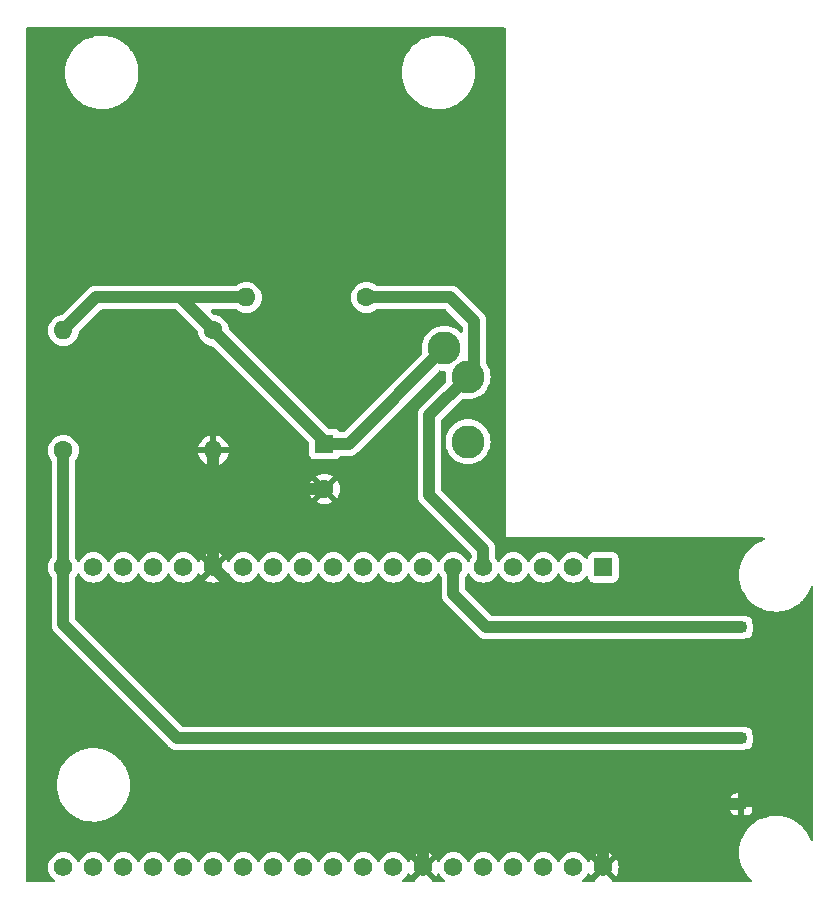
<source format=gbr>
%TF.GenerationSoftware,KiCad,Pcbnew,7.0.10*%
%TF.CreationDate,2024-02-18T04:07:48+01:00*%
%TF.ProjectId,main_board,6d61696e-5f62-46f6-9172-642e6b696361,rev?*%
%TF.SameCoordinates,Original*%
%TF.FileFunction,Copper,L1,Top*%
%TF.FilePolarity,Positive*%
%FSLAX46Y46*%
G04 Gerber Fmt 4.6, Leading zero omitted, Abs format (unit mm)*
G04 Created by KiCad (PCBNEW 7.0.10) date 2024-02-18 04:07:48*
%MOMM*%
%LPD*%
G01*
G04 APERTURE LIST*
%TA.AperFunction,ComponentPad*%
%ADD10C,1.600000*%
%TD*%
%TA.AperFunction,ComponentPad*%
%ADD11O,1.600000X1.600000*%
%TD*%
%TA.AperFunction,ComponentPad*%
%ADD12R,0.850000X0.850000*%
%TD*%
%TA.AperFunction,ComponentPad*%
%ADD13R,1.600000X1.600000*%
%TD*%
%TA.AperFunction,ComponentPad*%
%ADD14C,2.800000*%
%TD*%
%TA.AperFunction,ComponentPad*%
%ADD15R,1.560000X1.560000*%
%TD*%
%TA.AperFunction,ComponentPad*%
%ADD16C,1.560000*%
%TD*%
%TA.AperFunction,Conductor*%
%ADD17C,1.000000*%
%TD*%
G04 APERTURE END LIST*
D10*
%TO.P,R3,1*%
%TO.N,Net-(C1-Pad1)*%
X49530000Y-57404000D03*
D11*
%TO.P,R3,2*%
%TO.N,GND*%
X49530000Y-67564000D03*
%TD*%
D10*
%TO.P,R1,1*%
%TO.N,Net-(U1-IO34)*%
X62484000Y-54610000D03*
D11*
%TO.P,R1,2*%
%TO.N,Net-(C1-Pad1)*%
X52324000Y-54610000D03*
%TD*%
D10*
%TO.P,R2,1*%
%TO.N,VCC*%
X36830000Y-67564000D03*
D11*
%TO.P,R2,2*%
%TO.N,Net-(C1-Pad1)*%
X36830000Y-57404000D03*
%TD*%
D12*
%TO.P,J2,1,Pin_1*%
%TO.N,Net-(J2-Pin_1)*%
X94234000Y-82550000D03*
%TD*%
%TO.P,J4,1,Pin_1*%
%TO.N,GND*%
X94234000Y-97536000D03*
%TD*%
%TO.P,J3,1,Pin_1*%
%TO.N,VCC*%
X94234000Y-91948000D03*
%TD*%
D13*
%TO.P,C1,1*%
%TO.N,Net-(C1-Pad1)*%
X58928000Y-67031349D03*
D10*
%TO.P,C1,2*%
%TO.N,GND*%
X58928000Y-70831349D03*
%TD*%
D14*
%TO.P,J1,R*%
%TO.N,unconnected-(J1-PadR)*%
X71088000Y-66828000D03*
%TO.P,J1,S*%
%TO.N,Net-(C1-Pad1)*%
X69088000Y-58928000D03*
%TO.P,J1,T*%
%TO.N,Net-(U1-IO34)*%
X71088000Y-61328000D03*
%TD*%
D15*
%TO.P,U1,J2-1,3V3*%
%TO.N,unconnected-(U1-3V3-PadJ2-1)*%
X82550000Y-77470000D03*
D16*
%TO.P,U1,J2-2,EN*%
%TO.N,unconnected-(U1-EN-PadJ2-2)*%
X80010000Y-77470000D03*
%TO.P,U1,J2-3,SENSOR_VP*%
%TO.N,unconnected-(U1-SENSOR_VP-PadJ2-3)*%
X77470000Y-77470000D03*
%TO.P,U1,J2-4,SENSOR_VN*%
%TO.N,unconnected-(U1-SENSOR_VN-PadJ2-4)*%
X74930000Y-77470000D03*
%TO.P,U1,J2-5,IO34*%
%TO.N,Net-(U1-IO34)*%
X72390000Y-77470000D03*
%TO.P,U1,J2-6,IO35*%
%TO.N,Net-(J2-Pin_1)*%
X69850000Y-77470000D03*
%TO.P,U1,J2-7,IO32*%
%TO.N,unconnected-(U1-IO32-PadJ2-7)*%
X67310000Y-77470000D03*
%TO.P,U1,J2-8,IO33*%
%TO.N,unconnected-(U1-IO33-PadJ2-8)*%
X64770000Y-77470000D03*
%TO.P,U1,J2-9,IO25*%
%TO.N,unconnected-(U1-IO25-PadJ2-9)*%
X62230000Y-77470000D03*
%TO.P,U1,J2-10,IO26*%
%TO.N,unconnected-(U1-IO26-PadJ2-10)*%
X59690000Y-77470000D03*
%TO.P,U1,J2-11,IO27*%
%TO.N,unconnected-(U1-IO27-PadJ2-11)*%
X57150000Y-77470000D03*
%TO.P,U1,J2-12,IO14*%
%TO.N,unconnected-(U1-IO14-PadJ2-12)*%
X54610000Y-77470000D03*
%TO.P,U1,J2-13,IO12*%
%TO.N,unconnected-(U1-IO12-PadJ2-13)*%
X52070000Y-77470000D03*
%TO.P,U1,J2-14,GND1*%
%TO.N,GND*%
X49530000Y-77470000D03*
%TO.P,U1,J2-15,IO13*%
%TO.N,unconnected-(U1-IO13-PadJ2-15)*%
X46990000Y-77470000D03*
%TO.P,U1,J2-16,SD2*%
%TO.N,unconnected-(U1-SD2-PadJ2-16)*%
X44450000Y-77470000D03*
%TO.P,U1,J2-17,SD3*%
%TO.N,unconnected-(U1-SD3-PadJ2-17)*%
X41910000Y-77470000D03*
%TO.P,U1,J2-18,CMD*%
%TO.N,unconnected-(U1-CMD-PadJ2-18)*%
X39370000Y-77470000D03*
%TO.P,U1,J2-19,EXT_5V*%
%TO.N,VCC*%
X36830000Y-77470000D03*
%TO.P,U1,J3-1,GND3*%
%TO.N,GND*%
X82550000Y-102870000D03*
%TO.P,U1,J3-2,IO23*%
%TO.N,unconnected-(U1-IO23-PadJ3-2)*%
X80010000Y-102870000D03*
%TO.P,U1,J3-3,IO22*%
%TO.N,unconnected-(U1-IO22-PadJ3-3)*%
X77470000Y-102870000D03*
%TO.P,U1,J3-4,TXD0*%
%TO.N,unconnected-(U1-TXD0-PadJ3-4)*%
X74930000Y-102870000D03*
%TO.P,U1,J3-5,RXD0*%
%TO.N,unconnected-(U1-RXD0-PadJ3-5)*%
X72390000Y-102870000D03*
%TO.P,U1,J3-6,IO21*%
%TO.N,unconnected-(U1-IO21-PadJ3-6)*%
X69850000Y-102870000D03*
%TO.P,U1,J3-7,GND2*%
%TO.N,GND*%
X67310000Y-102870000D03*
%TO.P,U1,J3-8,IO19*%
%TO.N,unconnected-(U1-IO19-PadJ3-8)*%
X64770000Y-102870000D03*
%TO.P,U1,J3-9,IO18*%
%TO.N,unconnected-(U1-IO18-PadJ3-9)*%
X62230000Y-102870000D03*
%TO.P,U1,J3-10,IO5*%
%TO.N,unconnected-(U1-IO5-PadJ3-10)*%
X59690000Y-102870000D03*
%TO.P,U1,J3-11,IO17*%
%TO.N,unconnected-(U1-IO17-PadJ3-11)*%
X57150000Y-102870000D03*
%TO.P,U1,J3-12,IO16*%
%TO.N,unconnected-(U1-IO16-PadJ3-12)*%
X54610000Y-102870000D03*
%TO.P,U1,J3-13,IO4*%
%TO.N,unconnected-(U1-IO4-PadJ3-13)*%
X52070000Y-102870000D03*
%TO.P,U1,J3-14,IO0*%
%TO.N,unconnected-(U1-IO0-PadJ3-14)*%
X49530000Y-102870000D03*
%TO.P,U1,J3-15,IO2*%
%TO.N,unconnected-(U1-IO2-PadJ3-15)*%
X46990000Y-102870000D03*
%TO.P,U1,J3-16,IO15*%
%TO.N,unconnected-(U1-IO15-PadJ3-16)*%
X44450000Y-102870000D03*
%TO.P,U1,J3-17,SD1*%
%TO.N,unconnected-(U1-SD1-PadJ3-17)*%
X41910000Y-102870000D03*
%TO.P,U1,J3-18,SD0*%
%TO.N,unconnected-(U1-SD0-PadJ3-18)*%
X39370000Y-102870000D03*
%TO.P,U1,J3-19,CLK*%
%TO.N,unconnected-(U1-CLK-PadJ3-19)*%
X36830000Y-102870000D03*
%TD*%
D17*
%TO.N,Net-(C1-Pad1)*%
X46736000Y-54610000D02*
X52324000Y-54610000D01*
X36830000Y-57404000D02*
X39624000Y-54610000D01*
X58928000Y-67031349D02*
X60984651Y-67031349D01*
X60984651Y-67031349D02*
X69088000Y-58928000D01*
X58928000Y-66802000D02*
X58928000Y-67031349D01*
X49530000Y-57404000D02*
X58928000Y-66802000D01*
X49530000Y-57404000D02*
X46736000Y-54610000D01*
X39624000Y-54610000D02*
X46736000Y-54610000D01*
%TO.N,GND*%
X96520000Y-89916000D02*
X96520000Y-95250000D01*
X94234000Y-97536000D02*
X96520000Y-95250000D01*
X49530000Y-67564000D02*
X49530000Y-73406000D01*
X94234000Y-87630000D02*
X96520000Y-89916000D01*
X59690000Y-87630000D02*
X49530000Y-77470000D01*
X86360000Y-97536000D02*
X94234000Y-97536000D01*
X49530000Y-73406000D02*
X49530000Y-77470000D01*
X67310000Y-102870000D02*
X67310000Y-101092000D01*
X70866000Y-97536000D02*
X86360000Y-97536000D01*
X58928000Y-70831349D02*
X52104651Y-70831349D01*
X82550000Y-101346000D02*
X86360000Y-97536000D01*
X67310000Y-101092000D02*
X70866000Y-97536000D01*
X52104651Y-70831349D02*
X49530000Y-73406000D01*
X59690000Y-87630000D02*
X94234000Y-87630000D01*
X82550000Y-102870000D02*
X82550000Y-101346000D01*
%TO.N,Net-(U1-IO34)*%
X71628000Y-60788000D02*
X71088000Y-61328000D01*
X67818000Y-71374000D02*
X72390000Y-75946000D01*
X69596000Y-54610000D02*
X71628000Y-56642000D01*
X72390000Y-75946000D02*
X72390000Y-77470000D01*
X71628000Y-56642000D02*
X71628000Y-60788000D01*
X67818000Y-64598000D02*
X67818000Y-71374000D01*
X62484000Y-54610000D02*
X69596000Y-54610000D01*
X71088000Y-61328000D02*
X67818000Y-64598000D01*
%TO.N,Net-(J2-Pin_1)*%
X69850000Y-79756000D02*
X69850000Y-77470000D01*
X72644000Y-82550000D02*
X69850000Y-79756000D01*
X94234000Y-82550000D02*
X72644000Y-82550000D01*
%TO.N,VCC*%
X36830000Y-82296000D02*
X36830000Y-77470000D01*
X46482000Y-91948000D02*
X36830000Y-82296000D01*
X36830000Y-77470000D02*
X36830000Y-67564000D01*
X94234000Y-91948000D02*
X46482000Y-91948000D01*
%TD*%
%TA.AperFunction,Conductor*%
%TO.N,GND*%
G36*
X74238039Y-31769685D02*
G01*
X74283794Y-31822489D01*
X74295000Y-31874000D01*
X74295000Y-74930000D01*
X96095865Y-74930000D01*
X96162904Y-74949685D01*
X96208659Y-75002489D01*
X96218603Y-75071647D01*
X96189578Y-75135203D01*
X96132372Y-75171966D01*
X96132486Y-75172290D01*
X96131131Y-75172764D01*
X96130800Y-75172977D01*
X96130195Y-75173153D01*
X96129203Y-75173438D01*
X96129197Y-75173440D01*
X95869625Y-75280958D01*
X95867202Y-75281932D01*
X95865740Y-75282501D01*
X95862551Y-75283888D01*
X95807433Y-75306719D01*
X95807421Y-75306725D01*
X95502583Y-75475203D01*
X95502578Y-75475206D01*
X95218537Y-75676745D01*
X95218529Y-75676751D01*
X94958833Y-75908830D01*
X94958830Y-75908833D01*
X94726751Y-76168529D01*
X94726745Y-76168537D01*
X94525206Y-76452578D01*
X94525203Y-76452583D01*
X94356724Y-76757423D01*
X94223437Y-77079207D01*
X94127020Y-77413877D01*
X94127018Y-77413886D01*
X94068679Y-77757247D01*
X94068677Y-77757259D01*
X94049149Y-78105000D01*
X94068677Y-78452740D01*
X94068679Y-78452752D01*
X94127018Y-78796113D01*
X94127020Y-78796122D01*
X94222879Y-79128854D01*
X94223439Y-79130798D01*
X94310748Y-79341580D01*
X94356724Y-79452576D01*
X94525203Y-79757416D01*
X94525206Y-79757421D01*
X94726745Y-80041462D01*
X94726751Y-80041470D01*
X94958830Y-80301166D01*
X94958833Y-80301169D01*
X95218529Y-80533248D01*
X95218532Y-80533250D01*
X95218534Y-80533252D01*
X95248383Y-80554431D01*
X95502578Y-80734793D01*
X95502583Y-80734796D01*
X95502586Y-80734797D01*
X95502588Y-80734799D01*
X95671977Y-80828417D01*
X95807424Y-80903276D01*
X95807428Y-80903278D01*
X95862514Y-80926095D01*
X95865699Y-80927481D01*
X95865965Y-80927584D01*
X95865968Y-80927586D01*
X95867196Y-80928064D01*
X95869544Y-80929007D01*
X96129202Y-81036561D01*
X96187890Y-81053468D01*
X96192723Y-81055103D01*
X96192747Y-81055030D01*
X96196106Y-81056121D01*
X96196112Y-81056122D01*
X96196121Y-81056126D01*
X96206153Y-81058762D01*
X96208723Y-81059470D01*
X96463883Y-81132981D01*
X96528105Y-81143892D01*
X96538545Y-81146147D01*
X96538778Y-81146195D01*
X96555898Y-81148656D01*
X96559009Y-81149143D01*
X96807255Y-81191322D01*
X96876375Y-81195203D01*
X96887066Y-81196271D01*
X96888397Y-81196462D01*
X96889461Y-81196615D01*
X96912374Y-81197269D01*
X96915592Y-81197406D01*
X97155000Y-81210851D01*
X97228285Y-81206735D01*
X97238725Y-81206592D01*
X97243609Y-81206732D01*
X97270724Y-81204402D01*
X97274166Y-81204158D01*
X97502745Y-81191322D01*
X97579211Y-81178329D01*
X97589336Y-81177037D01*
X97596603Y-81176413D01*
X97626483Y-81170358D01*
X97630182Y-81169669D01*
X97846117Y-81132981D01*
X97924695Y-81110342D01*
X97934386Y-81107969D01*
X97943839Y-81106054D01*
X97975208Y-81095861D01*
X97979096Y-81094670D01*
X98180798Y-81036561D01*
X98260310Y-81003625D01*
X98269401Y-81000272D01*
X98280791Y-80996572D01*
X98312518Y-80982082D01*
X98316434Y-80980378D01*
X98472490Y-80915737D01*
X98502569Y-80903279D01*
X98502570Y-80903277D01*
X98502578Y-80903275D01*
X98581688Y-80859552D01*
X98590096Y-80855317D01*
X98603068Y-80849393D01*
X98634042Y-80830714D01*
X98637971Y-80828445D01*
X98807412Y-80734799D01*
X98884697Y-80679962D01*
X98892360Y-80674942D01*
X98906466Y-80666437D01*
X98935761Y-80643847D01*
X98939614Y-80640996D01*
X99091466Y-80533252D01*
X99165453Y-80467132D01*
X99172279Y-80461463D01*
X99187031Y-80450089D01*
X99213811Y-80424062D01*
X99217575Y-80420553D01*
X99351168Y-80301168D01*
X99420246Y-80223870D01*
X99426276Y-80217580D01*
X99441106Y-80203169D01*
X99464856Y-80174123D01*
X99468279Y-80170120D01*
X99583252Y-80041466D01*
X99645927Y-79953133D01*
X99650996Y-79946484D01*
X99665378Y-79928896D01*
X99685512Y-79897565D01*
X99688655Y-79892913D01*
X99784799Y-79757412D01*
X99839417Y-79658587D01*
X99843615Y-79651552D01*
X99856923Y-79630846D01*
X99873162Y-79597816D01*
X99875841Y-79592683D01*
X99953275Y-79452578D01*
X99998318Y-79343833D01*
X100001571Y-79336644D01*
X100013244Y-79312904D01*
X100025348Y-79278978D01*
X100027554Y-79273252D01*
X100086561Y-79130798D01*
X100086846Y-79129810D01*
X100086982Y-79129595D01*
X100087715Y-79127502D01*
X100088203Y-79127673D01*
X100124320Y-79070840D01*
X100187727Y-79041491D01*
X100256935Y-79051081D01*
X100309972Y-79096566D01*
X100329998Y-79163504D01*
X100330000Y-79164137D01*
X100330000Y-100540862D01*
X100310315Y-100607901D01*
X100257511Y-100653656D01*
X100188353Y-100663600D01*
X100124797Y-100634575D01*
X100088042Y-100577383D01*
X100087715Y-100577498D01*
X100087235Y-100576127D01*
X100087023Y-100575797D01*
X100086848Y-100575196D01*
X100086563Y-100574208D01*
X100027568Y-100431781D01*
X100025341Y-100426000D01*
X100013246Y-100392102D01*
X100013244Y-100392096D01*
X100001578Y-100368370D01*
X99998302Y-100361126D01*
X99953280Y-100252433D01*
X99953278Y-100252429D01*
X99953275Y-100252422D01*
X99875861Y-100112352D01*
X99873124Y-100107106D01*
X99856922Y-100074152D01*
X99843625Y-100053462D01*
X99839412Y-100046403D01*
X99784796Y-99947583D01*
X99784793Y-99947578D01*
X99688678Y-99812117D01*
X99685504Y-99807422D01*
X99665378Y-99776104D01*
X99665372Y-99776097D01*
X99665372Y-99776096D01*
X99651028Y-99758555D01*
X99645891Y-99751816D01*
X99583247Y-99663527D01*
X99468326Y-99534932D01*
X99464824Y-99530837D01*
X99441106Y-99501831D01*
X99441105Y-99501830D01*
X99426276Y-99487418D01*
X99420240Y-99481123D01*
X99351169Y-99403833D01*
X99351166Y-99403830D01*
X99217604Y-99284471D01*
X99213811Y-99280937D01*
X99187031Y-99254911D01*
X99172315Y-99243563D01*
X99165409Y-99237827D01*
X99091476Y-99171756D01*
X99091469Y-99171751D01*
X99091466Y-99171748D01*
X98939626Y-99064011D01*
X98935726Y-99061126D01*
X98921520Y-99050171D01*
X98906469Y-99038564D01*
X98906458Y-99038557D01*
X98892376Y-99030065D01*
X98884664Y-99025014D01*
X98843585Y-98995867D01*
X98807414Y-98970202D01*
X98638035Y-98876589D01*
X98633985Y-98874250D01*
X98614626Y-98862577D01*
X98603068Y-98855607D01*
X98603062Y-98855604D01*
X98603058Y-98855602D01*
X98590127Y-98849697D01*
X98581656Y-98845430D01*
X98564822Y-98836126D01*
X98502578Y-98801725D01*
X98441853Y-98776572D01*
X98316481Y-98724641D01*
X98312421Y-98722873D01*
X98280797Y-98708430D01*
X98269413Y-98704731D01*
X98260282Y-98701362D01*
X98180809Y-98668443D01*
X98180803Y-98668441D01*
X98180798Y-98668439D01*
X98153974Y-98660711D01*
X97979132Y-98610338D01*
X97975146Y-98609117D01*
X97943839Y-98598945D01*
X97934387Y-98597030D01*
X97924692Y-98594655D01*
X97846127Y-98572021D01*
X97846113Y-98572018D01*
X97630245Y-98535340D01*
X97626391Y-98534622D01*
X97596612Y-98528588D01*
X97596604Y-98528587D01*
X97596603Y-98528587D01*
X97594746Y-98528427D01*
X97589334Y-98527962D01*
X97579193Y-98526666D01*
X97502746Y-98513678D01*
X97274258Y-98500846D01*
X97270602Y-98500586D01*
X97243608Y-98498267D01*
X97238740Y-98498407D01*
X97228250Y-98498262D01*
X97155000Y-98494149D01*
X96915664Y-98507589D01*
X96912257Y-98507733D01*
X96889469Y-98508384D01*
X96889447Y-98508386D01*
X96887056Y-98508730D01*
X96876381Y-98509795D01*
X96807252Y-98513678D01*
X96559023Y-98555853D01*
X96555904Y-98556342D01*
X96538789Y-98558803D01*
X96538541Y-98558853D01*
X96528102Y-98561107D01*
X96463883Y-98572019D01*
X96463876Y-98572020D01*
X96208831Y-98645497D01*
X96206039Y-98646266D01*
X96196128Y-98648872D01*
X96196125Y-98648872D01*
X96196121Y-98648874D01*
X96196116Y-98648875D01*
X96192757Y-98649967D01*
X96192733Y-98649896D01*
X96187901Y-98651527D01*
X96129202Y-98668438D01*
X96129197Y-98668440D01*
X95869625Y-98775958D01*
X95867202Y-98776932D01*
X95865740Y-98777501D01*
X95862551Y-98778888D01*
X95807433Y-98801719D01*
X95807421Y-98801725D01*
X95502583Y-98970203D01*
X95502578Y-98970206D01*
X95218537Y-99171745D01*
X95218529Y-99171751D01*
X94958833Y-99403830D01*
X94958830Y-99403833D01*
X94726751Y-99663529D01*
X94726745Y-99663537D01*
X94525206Y-99947578D01*
X94525203Y-99947583D01*
X94356724Y-100252423D01*
X94223437Y-100574207D01*
X94127020Y-100908877D01*
X94127018Y-100908886D01*
X94068679Y-101252247D01*
X94068677Y-101252259D01*
X94049149Y-101600000D01*
X94068677Y-101947740D01*
X94068679Y-101947752D01*
X94127018Y-102291113D01*
X94127020Y-102291122D01*
X94222879Y-102623854D01*
X94223439Y-102625798D01*
X94309754Y-102834180D01*
X94356724Y-102947576D01*
X94525203Y-103252416D01*
X94525206Y-103252421D01*
X94726745Y-103536462D01*
X94726751Y-103536470D01*
X94958827Y-103796163D01*
X94958829Y-103796165D01*
X94958832Y-103796168D01*
X95101362Y-103923541D01*
X95138233Y-103982890D01*
X95137164Y-104052751D01*
X95098494Y-104110944D01*
X95034502Y-104138993D01*
X95018735Y-104140000D01*
X83361141Y-104140000D01*
X83294102Y-104120315D01*
X83248347Y-104067511D01*
X83238403Y-103998353D01*
X83259601Y-103951935D01*
X83261112Y-103934665D01*
X82698765Y-103372318D01*
X82822724Y-103318475D01*
X82933608Y-103228265D01*
X83016041Y-103111483D01*
X83049864Y-103016311D01*
X83614665Y-103581112D01*
X83662742Y-103512451D01*
X83662746Y-103512445D01*
X83757399Y-103309459D01*
X83757403Y-103309450D01*
X83815367Y-103093124D01*
X83815369Y-103093113D01*
X83834889Y-102870002D01*
X83834889Y-102869997D01*
X83815369Y-102646886D01*
X83815367Y-102646875D01*
X83757403Y-102430549D01*
X83757399Y-102430540D01*
X83662747Y-102227557D01*
X83662746Y-102227555D01*
X83614664Y-102158887D01*
X83614664Y-102158886D01*
X83050559Y-102722991D01*
X83044582Y-102694225D01*
X82978819Y-102567307D01*
X82881251Y-102462838D01*
X82759116Y-102388566D01*
X82695660Y-102370786D01*
X83261112Y-101805334D01*
X83261112Y-101805333D01*
X83192445Y-101757253D01*
X83192443Y-101757252D01*
X82989459Y-101662600D01*
X82989450Y-101662596D01*
X82773124Y-101604632D01*
X82773113Y-101604630D01*
X82550002Y-101585111D01*
X82549998Y-101585111D01*
X82326886Y-101604630D01*
X82326875Y-101604632D01*
X82110549Y-101662596D01*
X82110540Y-101662600D01*
X81907556Y-101757253D01*
X81838887Y-101805334D01*
X82401234Y-102367681D01*
X82277276Y-102421525D01*
X82166392Y-102511735D01*
X82083959Y-102628517D01*
X82050135Y-102723688D01*
X81485334Y-102158887D01*
X81437254Y-102227554D01*
X81392657Y-102323192D01*
X81346484Y-102375631D01*
X81279290Y-102394782D01*
X81212409Y-102374566D01*
X81167893Y-102323191D01*
X81167617Y-102322600D01*
X81123181Y-102227305D01*
X80994667Y-102043767D01*
X80836233Y-101885333D01*
X80836229Y-101885330D01*
X80836228Y-101885329D01*
X80652700Y-101756821D01*
X80652696Y-101756819D01*
X80652694Y-101756818D01*
X80449630Y-101662128D01*
X80449627Y-101662127D01*
X80449625Y-101662126D01*
X80233208Y-101604137D01*
X80233200Y-101604136D01*
X80010002Y-101584609D01*
X80009998Y-101584609D01*
X79786799Y-101604136D01*
X79786791Y-101604137D01*
X79570374Y-101662126D01*
X79570370Y-101662128D01*
X79569358Y-101662600D01*
X79367306Y-101756818D01*
X79367304Y-101756819D01*
X79183764Y-101885334D01*
X79025334Y-102043764D01*
X78896819Y-102227304D01*
X78896818Y-102227306D01*
X78852382Y-102322600D01*
X78806209Y-102375039D01*
X78739016Y-102394191D01*
X78672135Y-102373975D01*
X78627618Y-102322600D01*
X78612326Y-102289807D01*
X78583181Y-102227305D01*
X78454667Y-102043767D01*
X78296233Y-101885333D01*
X78296229Y-101885330D01*
X78296228Y-101885329D01*
X78112700Y-101756821D01*
X78112696Y-101756819D01*
X78112694Y-101756818D01*
X77909630Y-101662128D01*
X77909627Y-101662127D01*
X77909625Y-101662126D01*
X77693208Y-101604137D01*
X77693200Y-101604136D01*
X77470002Y-101584609D01*
X77469998Y-101584609D01*
X77246799Y-101604136D01*
X77246791Y-101604137D01*
X77030374Y-101662126D01*
X77030370Y-101662128D01*
X77029358Y-101662600D01*
X76827306Y-101756818D01*
X76827304Y-101756819D01*
X76643764Y-101885334D01*
X76485334Y-102043764D01*
X76356819Y-102227304D01*
X76356818Y-102227306D01*
X76312382Y-102322600D01*
X76266209Y-102375039D01*
X76199016Y-102394191D01*
X76132135Y-102373975D01*
X76087618Y-102322600D01*
X76072326Y-102289807D01*
X76043181Y-102227305D01*
X75914667Y-102043767D01*
X75756233Y-101885333D01*
X75756229Y-101885330D01*
X75756228Y-101885329D01*
X75572700Y-101756821D01*
X75572696Y-101756819D01*
X75572694Y-101756818D01*
X75369630Y-101662128D01*
X75369627Y-101662127D01*
X75369625Y-101662126D01*
X75153208Y-101604137D01*
X75153200Y-101604136D01*
X74930002Y-101584609D01*
X74929998Y-101584609D01*
X74706799Y-101604136D01*
X74706791Y-101604137D01*
X74490374Y-101662126D01*
X74490370Y-101662128D01*
X74489358Y-101662600D01*
X74287306Y-101756818D01*
X74287304Y-101756819D01*
X74103764Y-101885334D01*
X73945334Y-102043764D01*
X73816819Y-102227304D01*
X73816818Y-102227306D01*
X73772382Y-102322600D01*
X73726209Y-102375039D01*
X73659016Y-102394191D01*
X73592135Y-102373975D01*
X73547618Y-102322600D01*
X73532326Y-102289807D01*
X73503181Y-102227305D01*
X73374667Y-102043767D01*
X73216233Y-101885333D01*
X73216229Y-101885330D01*
X73216228Y-101885329D01*
X73032700Y-101756821D01*
X73032696Y-101756819D01*
X73032694Y-101756818D01*
X72829630Y-101662128D01*
X72829627Y-101662127D01*
X72829625Y-101662126D01*
X72613208Y-101604137D01*
X72613200Y-101604136D01*
X72390002Y-101584609D01*
X72389998Y-101584609D01*
X72166799Y-101604136D01*
X72166791Y-101604137D01*
X71950374Y-101662126D01*
X71950370Y-101662128D01*
X71949358Y-101662600D01*
X71747306Y-101756818D01*
X71747304Y-101756819D01*
X71563764Y-101885334D01*
X71405334Y-102043764D01*
X71276819Y-102227304D01*
X71276818Y-102227306D01*
X71232382Y-102322600D01*
X71186209Y-102375039D01*
X71119016Y-102394191D01*
X71052135Y-102373975D01*
X71007618Y-102322600D01*
X70992326Y-102289807D01*
X70963181Y-102227305D01*
X70834667Y-102043767D01*
X70676233Y-101885333D01*
X70676229Y-101885330D01*
X70676228Y-101885329D01*
X70492700Y-101756821D01*
X70492696Y-101756819D01*
X70492694Y-101756818D01*
X70289630Y-101662128D01*
X70289627Y-101662127D01*
X70289625Y-101662126D01*
X70073208Y-101604137D01*
X70073200Y-101604136D01*
X69850002Y-101584609D01*
X69849998Y-101584609D01*
X69626799Y-101604136D01*
X69626791Y-101604137D01*
X69410374Y-101662126D01*
X69410370Y-101662128D01*
X69409358Y-101662600D01*
X69207306Y-101756818D01*
X69207304Y-101756819D01*
X69023764Y-101885334D01*
X68865334Y-102043764D01*
X68736820Y-102227303D01*
X68736819Y-102227305D01*
X68710346Y-102284074D01*
X68692106Y-102323192D01*
X68645933Y-102375630D01*
X68578739Y-102394782D01*
X68511858Y-102374566D01*
X68467342Y-102323191D01*
X68422747Y-102227557D01*
X68422746Y-102227555D01*
X68374664Y-102158887D01*
X68374664Y-102158886D01*
X67810559Y-102722991D01*
X67804582Y-102694225D01*
X67738819Y-102567307D01*
X67641251Y-102462838D01*
X67519116Y-102388566D01*
X67455660Y-102370786D01*
X68021112Y-101805334D01*
X68021112Y-101805333D01*
X67952445Y-101757253D01*
X67952443Y-101757252D01*
X67749459Y-101662600D01*
X67749450Y-101662596D01*
X67533124Y-101604632D01*
X67533113Y-101604630D01*
X67310002Y-101585111D01*
X67309998Y-101585111D01*
X67086886Y-101604630D01*
X67086875Y-101604632D01*
X66870549Y-101662596D01*
X66870540Y-101662600D01*
X66667556Y-101757253D01*
X66598887Y-101805334D01*
X67161234Y-102367681D01*
X67037276Y-102421525D01*
X66926392Y-102511735D01*
X66843959Y-102628517D01*
X66810135Y-102723688D01*
X66245334Y-102158887D01*
X66197254Y-102227554D01*
X66152657Y-102323192D01*
X66106484Y-102375631D01*
X66039290Y-102394782D01*
X65972409Y-102374566D01*
X65927893Y-102323191D01*
X65927617Y-102322600D01*
X65883181Y-102227305D01*
X65754667Y-102043767D01*
X65596233Y-101885333D01*
X65596229Y-101885330D01*
X65596228Y-101885329D01*
X65412700Y-101756821D01*
X65412696Y-101756819D01*
X65412694Y-101756818D01*
X65209630Y-101662128D01*
X65209627Y-101662127D01*
X65209625Y-101662126D01*
X64993208Y-101604137D01*
X64993200Y-101604136D01*
X64770002Y-101584609D01*
X64769998Y-101584609D01*
X64546799Y-101604136D01*
X64546791Y-101604137D01*
X64330374Y-101662126D01*
X64330370Y-101662128D01*
X64329358Y-101662600D01*
X64127306Y-101756818D01*
X64127304Y-101756819D01*
X63943764Y-101885334D01*
X63785334Y-102043764D01*
X63656819Y-102227304D01*
X63656818Y-102227306D01*
X63612382Y-102322600D01*
X63566209Y-102375039D01*
X63499016Y-102394191D01*
X63432135Y-102373975D01*
X63387618Y-102322600D01*
X63372326Y-102289807D01*
X63343181Y-102227305D01*
X63214667Y-102043767D01*
X63056233Y-101885333D01*
X63056229Y-101885330D01*
X63056228Y-101885329D01*
X62872700Y-101756821D01*
X62872696Y-101756819D01*
X62872694Y-101756818D01*
X62669630Y-101662128D01*
X62669627Y-101662127D01*
X62669625Y-101662126D01*
X62453208Y-101604137D01*
X62453200Y-101604136D01*
X62230002Y-101584609D01*
X62229998Y-101584609D01*
X62006799Y-101604136D01*
X62006791Y-101604137D01*
X61790374Y-101662126D01*
X61790370Y-101662128D01*
X61789358Y-101662600D01*
X61587306Y-101756818D01*
X61587304Y-101756819D01*
X61403764Y-101885334D01*
X61245334Y-102043764D01*
X61116819Y-102227304D01*
X61116818Y-102227306D01*
X61072382Y-102322600D01*
X61026209Y-102375039D01*
X60959016Y-102394191D01*
X60892135Y-102373975D01*
X60847618Y-102322600D01*
X60832326Y-102289807D01*
X60803181Y-102227305D01*
X60674667Y-102043767D01*
X60516233Y-101885333D01*
X60516229Y-101885330D01*
X60516228Y-101885329D01*
X60332700Y-101756821D01*
X60332696Y-101756819D01*
X60332694Y-101756818D01*
X60129630Y-101662128D01*
X60129627Y-101662127D01*
X60129625Y-101662126D01*
X59913208Y-101604137D01*
X59913200Y-101604136D01*
X59690002Y-101584609D01*
X59689998Y-101584609D01*
X59466799Y-101604136D01*
X59466791Y-101604137D01*
X59250374Y-101662126D01*
X59250370Y-101662128D01*
X59249358Y-101662600D01*
X59047306Y-101756818D01*
X59047304Y-101756819D01*
X58863764Y-101885334D01*
X58705334Y-102043764D01*
X58576819Y-102227304D01*
X58576818Y-102227306D01*
X58532382Y-102322600D01*
X58486209Y-102375039D01*
X58419016Y-102394191D01*
X58352135Y-102373975D01*
X58307618Y-102322600D01*
X58292326Y-102289807D01*
X58263181Y-102227305D01*
X58134667Y-102043767D01*
X57976233Y-101885333D01*
X57976229Y-101885330D01*
X57976228Y-101885329D01*
X57792700Y-101756821D01*
X57792696Y-101756819D01*
X57792694Y-101756818D01*
X57589630Y-101662128D01*
X57589627Y-101662127D01*
X57589625Y-101662126D01*
X57373208Y-101604137D01*
X57373200Y-101604136D01*
X57150002Y-101584609D01*
X57149998Y-101584609D01*
X56926799Y-101604136D01*
X56926791Y-101604137D01*
X56710374Y-101662126D01*
X56710370Y-101662128D01*
X56709358Y-101662600D01*
X56507306Y-101756818D01*
X56507304Y-101756819D01*
X56323764Y-101885334D01*
X56165334Y-102043764D01*
X56036819Y-102227304D01*
X56036818Y-102227306D01*
X55992382Y-102322600D01*
X55946209Y-102375039D01*
X55879016Y-102394191D01*
X55812135Y-102373975D01*
X55767618Y-102322600D01*
X55752326Y-102289807D01*
X55723181Y-102227305D01*
X55594667Y-102043767D01*
X55436233Y-101885333D01*
X55436229Y-101885330D01*
X55436228Y-101885329D01*
X55252700Y-101756821D01*
X55252696Y-101756819D01*
X55252694Y-101756818D01*
X55049630Y-101662128D01*
X55049627Y-101662127D01*
X55049625Y-101662126D01*
X54833208Y-101604137D01*
X54833200Y-101604136D01*
X54610002Y-101584609D01*
X54609998Y-101584609D01*
X54386799Y-101604136D01*
X54386791Y-101604137D01*
X54170374Y-101662126D01*
X54170370Y-101662128D01*
X54169358Y-101662600D01*
X53967306Y-101756818D01*
X53967304Y-101756819D01*
X53783764Y-101885334D01*
X53625334Y-102043764D01*
X53496819Y-102227304D01*
X53496818Y-102227306D01*
X53452382Y-102322600D01*
X53406209Y-102375039D01*
X53339016Y-102394191D01*
X53272135Y-102373975D01*
X53227618Y-102322600D01*
X53212326Y-102289807D01*
X53183181Y-102227305D01*
X53054667Y-102043767D01*
X52896233Y-101885333D01*
X52896229Y-101885330D01*
X52896228Y-101885329D01*
X52712700Y-101756821D01*
X52712696Y-101756819D01*
X52712694Y-101756818D01*
X52509630Y-101662128D01*
X52509627Y-101662127D01*
X52509625Y-101662126D01*
X52293208Y-101604137D01*
X52293200Y-101604136D01*
X52070002Y-101584609D01*
X52069998Y-101584609D01*
X51846799Y-101604136D01*
X51846791Y-101604137D01*
X51630374Y-101662126D01*
X51630370Y-101662128D01*
X51629358Y-101662600D01*
X51427306Y-101756818D01*
X51427304Y-101756819D01*
X51243764Y-101885334D01*
X51085334Y-102043764D01*
X50956819Y-102227304D01*
X50956818Y-102227306D01*
X50912382Y-102322600D01*
X50866209Y-102375039D01*
X50799016Y-102394191D01*
X50732135Y-102373975D01*
X50687618Y-102322600D01*
X50672326Y-102289807D01*
X50643181Y-102227305D01*
X50514667Y-102043767D01*
X50356233Y-101885333D01*
X50356229Y-101885330D01*
X50356228Y-101885329D01*
X50172700Y-101756821D01*
X50172696Y-101756819D01*
X50172694Y-101756818D01*
X49969630Y-101662128D01*
X49969627Y-101662127D01*
X49969625Y-101662126D01*
X49753208Y-101604137D01*
X49753200Y-101604136D01*
X49530002Y-101584609D01*
X49529998Y-101584609D01*
X49306799Y-101604136D01*
X49306791Y-101604137D01*
X49090374Y-101662126D01*
X49090370Y-101662128D01*
X49089358Y-101662600D01*
X48887306Y-101756818D01*
X48887304Y-101756819D01*
X48703764Y-101885334D01*
X48545334Y-102043764D01*
X48416819Y-102227304D01*
X48416818Y-102227306D01*
X48372382Y-102322600D01*
X48326209Y-102375039D01*
X48259016Y-102394191D01*
X48192135Y-102373975D01*
X48147618Y-102322600D01*
X48132326Y-102289807D01*
X48103181Y-102227305D01*
X47974667Y-102043767D01*
X47816233Y-101885333D01*
X47816229Y-101885330D01*
X47816228Y-101885329D01*
X47632700Y-101756821D01*
X47632696Y-101756819D01*
X47632694Y-101756818D01*
X47429630Y-101662128D01*
X47429627Y-101662127D01*
X47429625Y-101662126D01*
X47213208Y-101604137D01*
X47213200Y-101604136D01*
X46990002Y-101584609D01*
X46989998Y-101584609D01*
X46766799Y-101604136D01*
X46766791Y-101604137D01*
X46550374Y-101662126D01*
X46550370Y-101662128D01*
X46549358Y-101662600D01*
X46347306Y-101756818D01*
X46347304Y-101756819D01*
X46163764Y-101885334D01*
X46005334Y-102043764D01*
X45876819Y-102227304D01*
X45876818Y-102227306D01*
X45832382Y-102322600D01*
X45786209Y-102375039D01*
X45719016Y-102394191D01*
X45652135Y-102373975D01*
X45607618Y-102322600D01*
X45592326Y-102289807D01*
X45563181Y-102227305D01*
X45434667Y-102043767D01*
X45276233Y-101885333D01*
X45276229Y-101885330D01*
X45276228Y-101885329D01*
X45092700Y-101756821D01*
X45092696Y-101756819D01*
X45092694Y-101756818D01*
X44889630Y-101662128D01*
X44889627Y-101662127D01*
X44889625Y-101662126D01*
X44673208Y-101604137D01*
X44673200Y-101604136D01*
X44450002Y-101584609D01*
X44449998Y-101584609D01*
X44226799Y-101604136D01*
X44226791Y-101604137D01*
X44010374Y-101662126D01*
X44010370Y-101662128D01*
X44009358Y-101662600D01*
X43807306Y-101756818D01*
X43807304Y-101756819D01*
X43623764Y-101885334D01*
X43465334Y-102043764D01*
X43336819Y-102227304D01*
X43336818Y-102227306D01*
X43292382Y-102322600D01*
X43246209Y-102375039D01*
X43179016Y-102394191D01*
X43112135Y-102373975D01*
X43067618Y-102322600D01*
X43052326Y-102289807D01*
X43023181Y-102227305D01*
X42894667Y-102043767D01*
X42736233Y-101885333D01*
X42736229Y-101885330D01*
X42736228Y-101885329D01*
X42552700Y-101756821D01*
X42552696Y-101756819D01*
X42552694Y-101756818D01*
X42349630Y-101662128D01*
X42349627Y-101662127D01*
X42349625Y-101662126D01*
X42133208Y-101604137D01*
X42133200Y-101604136D01*
X41910002Y-101584609D01*
X41909998Y-101584609D01*
X41686799Y-101604136D01*
X41686791Y-101604137D01*
X41470374Y-101662126D01*
X41470370Y-101662128D01*
X41469358Y-101662600D01*
X41267306Y-101756818D01*
X41267304Y-101756819D01*
X41083764Y-101885334D01*
X40925334Y-102043764D01*
X40796819Y-102227304D01*
X40796818Y-102227306D01*
X40752382Y-102322600D01*
X40706209Y-102375039D01*
X40639016Y-102394191D01*
X40572135Y-102373975D01*
X40527618Y-102322600D01*
X40512326Y-102289807D01*
X40483181Y-102227305D01*
X40354667Y-102043767D01*
X40196233Y-101885333D01*
X40196229Y-101885330D01*
X40196228Y-101885329D01*
X40012700Y-101756821D01*
X40012696Y-101756819D01*
X40012694Y-101756818D01*
X39809630Y-101662128D01*
X39809627Y-101662127D01*
X39809625Y-101662126D01*
X39593208Y-101604137D01*
X39593200Y-101604136D01*
X39370002Y-101584609D01*
X39369998Y-101584609D01*
X39146799Y-101604136D01*
X39146791Y-101604137D01*
X38930374Y-101662126D01*
X38930370Y-101662128D01*
X38929358Y-101662600D01*
X38727306Y-101756818D01*
X38727304Y-101756819D01*
X38543764Y-101885334D01*
X38385334Y-102043764D01*
X38256819Y-102227304D01*
X38256818Y-102227306D01*
X38212382Y-102322600D01*
X38166209Y-102375039D01*
X38099016Y-102394191D01*
X38032135Y-102373975D01*
X37987618Y-102322600D01*
X37972326Y-102289807D01*
X37943181Y-102227305D01*
X37814667Y-102043767D01*
X37656233Y-101885333D01*
X37656229Y-101885330D01*
X37656228Y-101885329D01*
X37472700Y-101756821D01*
X37472696Y-101756819D01*
X37472694Y-101756818D01*
X37269630Y-101662128D01*
X37269627Y-101662127D01*
X37269625Y-101662126D01*
X37053208Y-101604137D01*
X37053200Y-101604136D01*
X36830002Y-101584609D01*
X36829998Y-101584609D01*
X36606799Y-101604136D01*
X36606791Y-101604137D01*
X36390374Y-101662126D01*
X36390370Y-101662128D01*
X36389358Y-101662600D01*
X36187306Y-101756818D01*
X36187304Y-101756819D01*
X36003764Y-101885334D01*
X35845334Y-102043764D01*
X35716819Y-102227304D01*
X35716818Y-102227306D01*
X35622129Y-102430368D01*
X35622126Y-102430374D01*
X35564137Y-102646791D01*
X35564136Y-102646799D01*
X35544609Y-102869998D01*
X35544609Y-102870001D01*
X35564136Y-103093200D01*
X35564137Y-103093208D01*
X35622126Y-103309625D01*
X35622127Y-103309627D01*
X35622128Y-103309630D01*
X35686735Y-103448181D01*
X35716819Y-103512696D01*
X35716821Y-103512700D01*
X35845329Y-103696228D01*
X35845334Y-103696234D01*
X36003765Y-103854665D01*
X36003771Y-103854670D01*
X36089110Y-103914425D01*
X36132735Y-103969002D01*
X36139929Y-104038500D01*
X36108406Y-104100855D01*
X36048176Y-104136269D01*
X36017987Y-104140000D01*
X33779000Y-104140000D01*
X33711961Y-104120315D01*
X33666206Y-104067511D01*
X33655000Y-104016000D01*
X33655000Y-95885000D01*
X36264149Y-95885000D01*
X36283677Y-96232740D01*
X36283679Y-96232752D01*
X36342018Y-96576113D01*
X36342020Y-96576122D01*
X36438437Y-96910792D01*
X36438439Y-96910798D01*
X36526705Y-97123890D01*
X36571724Y-97232576D01*
X36740203Y-97537416D01*
X36740206Y-97537421D01*
X36941745Y-97821462D01*
X36941751Y-97821470D01*
X37173830Y-98081166D01*
X37173833Y-98081169D01*
X37433529Y-98313248D01*
X37433532Y-98313250D01*
X37433534Y-98313252D01*
X37463383Y-98334431D01*
X37717578Y-98514793D01*
X37717583Y-98514796D01*
X37717586Y-98514797D01*
X37717588Y-98514799D01*
X37995580Y-98668440D01*
X38022424Y-98683276D01*
X38022428Y-98683278D01*
X38077514Y-98706095D01*
X38080699Y-98707481D01*
X38080965Y-98707584D01*
X38080968Y-98707586D01*
X38082196Y-98708064D01*
X38084544Y-98709007D01*
X38344202Y-98816561D01*
X38402890Y-98833468D01*
X38407723Y-98835103D01*
X38407747Y-98835030D01*
X38411106Y-98836121D01*
X38411112Y-98836122D01*
X38411121Y-98836126D01*
X38421153Y-98838762D01*
X38423723Y-98839470D01*
X38678883Y-98912981D01*
X38743105Y-98923892D01*
X38753545Y-98926147D01*
X38753778Y-98926195D01*
X38770898Y-98928656D01*
X38774009Y-98929143D01*
X39022255Y-98971322D01*
X39091375Y-98975203D01*
X39102066Y-98976271D01*
X39103397Y-98976462D01*
X39104461Y-98976615D01*
X39127374Y-98977269D01*
X39130592Y-98977406D01*
X39370000Y-98990851D01*
X39443285Y-98986735D01*
X39453725Y-98986592D01*
X39458609Y-98986732D01*
X39485724Y-98984402D01*
X39489166Y-98984158D01*
X39717745Y-98971322D01*
X39794211Y-98958329D01*
X39804336Y-98957037D01*
X39811603Y-98956413D01*
X39841483Y-98950358D01*
X39845182Y-98949669D01*
X40061117Y-98912981D01*
X40139695Y-98890342D01*
X40149386Y-98887969D01*
X40158839Y-98886054D01*
X40190208Y-98875861D01*
X40194096Y-98874670D01*
X40395798Y-98816561D01*
X40475310Y-98783625D01*
X40484401Y-98780272D01*
X40495791Y-98776572D01*
X40527518Y-98762082D01*
X40531434Y-98760378D01*
X40687490Y-98695737D01*
X40717569Y-98683279D01*
X40717570Y-98683277D01*
X40717578Y-98683275D01*
X40796688Y-98639552D01*
X40805096Y-98635317D01*
X40818068Y-98629393D01*
X40849042Y-98610714D01*
X40852971Y-98608445D01*
X41022412Y-98514799D01*
X41099697Y-98459962D01*
X41107360Y-98454942D01*
X41121466Y-98446437D01*
X41150761Y-98423847D01*
X41154614Y-98420996D01*
X41306466Y-98313252D01*
X41380453Y-98247132D01*
X41387279Y-98241463D01*
X41402031Y-98230089D01*
X41428811Y-98204062D01*
X41432575Y-98200553D01*
X41566168Y-98081168D01*
X41635246Y-98003870D01*
X41641276Y-97997580D01*
X41656106Y-97983169D01*
X41679856Y-97954123D01*
X41683279Y-97950120D01*
X41798252Y-97821466D01*
X41823416Y-97786000D01*
X93309000Y-97786000D01*
X93309000Y-98008844D01*
X93315401Y-98068372D01*
X93315403Y-98068379D01*
X93365645Y-98203086D01*
X93365649Y-98203093D01*
X93451809Y-98318187D01*
X93451812Y-98318190D01*
X93566906Y-98404350D01*
X93566913Y-98404354D01*
X93701620Y-98454596D01*
X93701627Y-98454598D01*
X93761155Y-98460999D01*
X93761172Y-98461000D01*
X93984000Y-98461000D01*
X93984000Y-97786000D01*
X93309000Y-97786000D01*
X41823416Y-97786000D01*
X41860927Y-97733133D01*
X41865996Y-97726484D01*
X41880378Y-97708896D01*
X41900512Y-97677565D01*
X41903655Y-97672913D01*
X41999799Y-97537412D01*
X42000579Y-97536000D01*
X93979102Y-97536000D01*
X93998505Y-97633545D01*
X94053760Y-97716240D01*
X94136455Y-97771495D01*
X94209376Y-97786000D01*
X94258624Y-97786000D01*
X94484000Y-97786000D01*
X94484000Y-98461000D01*
X94706828Y-98461000D01*
X94706844Y-98460999D01*
X94766372Y-98454598D01*
X94766379Y-98454596D01*
X94901086Y-98404354D01*
X94901093Y-98404350D01*
X95016187Y-98318190D01*
X95016190Y-98318187D01*
X95102350Y-98203093D01*
X95102354Y-98203086D01*
X95152596Y-98068379D01*
X95152598Y-98068372D01*
X95158999Y-98008844D01*
X95159000Y-98008827D01*
X95159000Y-97786000D01*
X94484000Y-97786000D01*
X94258624Y-97786000D01*
X94331545Y-97771495D01*
X94414240Y-97716240D01*
X94469495Y-97633545D01*
X94488898Y-97536000D01*
X94469495Y-97438455D01*
X94414240Y-97355760D01*
X94331545Y-97300505D01*
X94258624Y-97286000D01*
X94209376Y-97286000D01*
X94136455Y-97300505D01*
X94053760Y-97355760D01*
X93998505Y-97438455D01*
X93979102Y-97536000D01*
X42000579Y-97536000D01*
X42054417Y-97438587D01*
X42058615Y-97431552D01*
X42071923Y-97410846D01*
X42088162Y-97377816D01*
X42090841Y-97372683D01*
X42138749Y-97286000D01*
X93309000Y-97286000D01*
X93984000Y-97286000D01*
X93984000Y-96611000D01*
X94484000Y-96611000D01*
X94484000Y-97286000D01*
X95159000Y-97286000D01*
X95159000Y-97063172D01*
X95158999Y-97063155D01*
X95152598Y-97003627D01*
X95152596Y-97003620D01*
X95102354Y-96868913D01*
X95102350Y-96868906D01*
X95016190Y-96753812D01*
X95016187Y-96753809D01*
X94901093Y-96667649D01*
X94901086Y-96667645D01*
X94766379Y-96617403D01*
X94766372Y-96617401D01*
X94706844Y-96611000D01*
X94484000Y-96611000D01*
X93984000Y-96611000D01*
X93761155Y-96611000D01*
X93701627Y-96617401D01*
X93701620Y-96617403D01*
X93566913Y-96667645D01*
X93566906Y-96667649D01*
X93451812Y-96753809D01*
X93451809Y-96753812D01*
X93365649Y-96868906D01*
X93365645Y-96868913D01*
X93315403Y-97003620D01*
X93315401Y-97003627D01*
X93309000Y-97063155D01*
X93309000Y-97286000D01*
X42138749Y-97286000D01*
X42168275Y-97232578D01*
X42213318Y-97123833D01*
X42216571Y-97116644D01*
X42228244Y-97092904D01*
X42240348Y-97058978D01*
X42242554Y-97053252D01*
X42301561Y-96910798D01*
X42335481Y-96793057D01*
X42337823Y-96785785D01*
X42347304Y-96759215D01*
X42355256Y-96725015D01*
X42356863Y-96718839D01*
X42397981Y-96576117D01*
X42419332Y-96450451D01*
X42420792Y-96443190D01*
X42427550Y-96414130D01*
X42431428Y-96380330D01*
X42432359Y-96373778D01*
X42456322Y-96232745D01*
X42463751Y-96100450D01*
X42464363Y-96093295D01*
X42467936Y-96062151D01*
X42467937Y-96062146D01*
X42468593Y-96016145D01*
X42468772Y-96011047D01*
X42475851Y-95885000D01*
X42468772Y-95758957D01*
X42468593Y-95753852D01*
X42467937Y-95707854D01*
X42464360Y-95676682D01*
X42463751Y-95669543D01*
X42456322Y-95537255D01*
X42432366Y-95396262D01*
X42431424Y-95389636D01*
X42427550Y-95355870D01*
X42420792Y-95326809D01*
X42419327Y-95319519D01*
X42397981Y-95193883D01*
X42356868Y-95051178D01*
X42355256Y-95044982D01*
X42347304Y-95010785D01*
X42337829Y-94984232D01*
X42335472Y-94976910D01*
X42301562Y-94859207D01*
X42301561Y-94859202D01*
X42242566Y-94716776D01*
X42240341Y-94711000D01*
X42228246Y-94677102D01*
X42228244Y-94677096D01*
X42216578Y-94653370D01*
X42213302Y-94646126D01*
X42168280Y-94537433D01*
X42168278Y-94537429D01*
X42168275Y-94537422D01*
X42090861Y-94397352D01*
X42088124Y-94392106D01*
X42071922Y-94359152D01*
X42058625Y-94338462D01*
X42054412Y-94331403D01*
X41999796Y-94232583D01*
X41999793Y-94232578D01*
X41903678Y-94097117D01*
X41900504Y-94092422D01*
X41880378Y-94061104D01*
X41880372Y-94061097D01*
X41880372Y-94061096D01*
X41866028Y-94043555D01*
X41860891Y-94036816D01*
X41798247Y-93948527D01*
X41683326Y-93819932D01*
X41679824Y-93815837D01*
X41656106Y-93786831D01*
X41656105Y-93786830D01*
X41641276Y-93772418D01*
X41635240Y-93766123D01*
X41566169Y-93688833D01*
X41566166Y-93688830D01*
X41432604Y-93569471D01*
X41428811Y-93565937D01*
X41402031Y-93539911D01*
X41387315Y-93528563D01*
X41380409Y-93522827D01*
X41306476Y-93456756D01*
X41306469Y-93456751D01*
X41306466Y-93456748D01*
X41154626Y-93349011D01*
X41150726Y-93346126D01*
X41136520Y-93335171D01*
X41121469Y-93323564D01*
X41121458Y-93323557D01*
X41107376Y-93315065D01*
X41099664Y-93310014D01*
X41058585Y-93280867D01*
X41022414Y-93255202D01*
X40853035Y-93161589D01*
X40848985Y-93159250D01*
X40829626Y-93147577D01*
X40818068Y-93140607D01*
X40818062Y-93140604D01*
X40818058Y-93140602D01*
X40805127Y-93134697D01*
X40796656Y-93130430D01*
X40717576Y-93086724D01*
X40531481Y-93009641D01*
X40527421Y-93007873D01*
X40495797Y-92993430D01*
X40484413Y-92989731D01*
X40475282Y-92986362D01*
X40395809Y-92953443D01*
X40395803Y-92953441D01*
X40395798Y-92953439D01*
X40351903Y-92940793D01*
X40194132Y-92895338D01*
X40190146Y-92894117D01*
X40158839Y-92883945D01*
X40149387Y-92882030D01*
X40139692Y-92879655D01*
X40061127Y-92857021D01*
X40061113Y-92857018D01*
X39845245Y-92820340D01*
X39841391Y-92819622D01*
X39811612Y-92813588D01*
X39811604Y-92813587D01*
X39811603Y-92813587D01*
X39809746Y-92813427D01*
X39804334Y-92812962D01*
X39794193Y-92811666D01*
X39717746Y-92798678D01*
X39489258Y-92785846D01*
X39485602Y-92785586D01*
X39458608Y-92783267D01*
X39453740Y-92783407D01*
X39443250Y-92783262D01*
X39370000Y-92779149D01*
X39130664Y-92792589D01*
X39127257Y-92792733D01*
X39104469Y-92793384D01*
X39104447Y-92793386D01*
X39102056Y-92793730D01*
X39091381Y-92794795D01*
X39022252Y-92798678D01*
X38774023Y-92840853D01*
X38770904Y-92841342D01*
X38753789Y-92843803D01*
X38753541Y-92843853D01*
X38743102Y-92846107D01*
X38678883Y-92857019D01*
X38678876Y-92857020D01*
X38423831Y-92930497D01*
X38421039Y-92931266D01*
X38411128Y-92933872D01*
X38411125Y-92933872D01*
X38411121Y-92933874D01*
X38411116Y-92933875D01*
X38407757Y-92934967D01*
X38407733Y-92934896D01*
X38402901Y-92936527D01*
X38344202Y-92953438D01*
X38344197Y-92953440D01*
X38084625Y-93060958D01*
X38082202Y-93061932D01*
X38080740Y-93062501D01*
X38077551Y-93063888D01*
X38022433Y-93086719D01*
X38022421Y-93086725D01*
X37717583Y-93255203D01*
X37717578Y-93255206D01*
X37433537Y-93456745D01*
X37433529Y-93456751D01*
X37173833Y-93688830D01*
X37173830Y-93688833D01*
X36941751Y-93948529D01*
X36941745Y-93948537D01*
X36740206Y-94232578D01*
X36740203Y-94232583D01*
X36571724Y-94537423D01*
X36438437Y-94859207D01*
X36342020Y-95193877D01*
X36342018Y-95193886D01*
X36283679Y-95537247D01*
X36283677Y-95537259D01*
X36264149Y-95885000D01*
X33655000Y-95885000D01*
X33655000Y-67564001D01*
X35524532Y-67564001D01*
X35544364Y-67790686D01*
X35544366Y-67790697D01*
X35603258Y-68010488D01*
X35603261Y-68010497D01*
X35686449Y-68188893D01*
X35699432Y-68216734D01*
X35780034Y-68331847D01*
X35807075Y-68370465D01*
X35829402Y-68436671D01*
X35829500Y-68441588D01*
X35829500Y-76627281D01*
X35809815Y-76694320D01*
X35807089Y-76698384D01*
X35716819Y-76827305D01*
X35716819Y-76827306D01*
X35716817Y-76827309D01*
X35622129Y-77030368D01*
X35622126Y-77030374D01*
X35564137Y-77246791D01*
X35564136Y-77246799D01*
X35544609Y-77469998D01*
X35544609Y-77470001D01*
X35564136Y-77693200D01*
X35564137Y-77693208D01*
X35622126Y-77909625D01*
X35622127Y-77909627D01*
X35622128Y-77909630D01*
X35716819Y-78112696D01*
X35807075Y-78241595D01*
X35829402Y-78307800D01*
X35829500Y-78312718D01*
X35829500Y-82281721D01*
X35829460Y-82284861D01*
X35827243Y-82372362D01*
X35827243Y-82372371D01*
X35837648Y-82430420D01*
X35838956Y-82439748D01*
X35844925Y-82498430D01*
X35844927Y-82498444D01*
X35854033Y-82527468D01*
X35857772Y-82542701D01*
X35863142Y-82572653D01*
X35863142Y-82572655D01*
X35885020Y-82627424D01*
X35888177Y-82636292D01*
X35905841Y-82692588D01*
X35905842Y-82692589D01*
X35905844Y-82692595D01*
X35920603Y-82719185D01*
X35927336Y-82733361D01*
X35938622Y-82761614D01*
X35938627Y-82761624D01*
X35971080Y-82810866D01*
X35975962Y-82818923D01*
X36004588Y-82870498D01*
X36004589Y-82870500D01*
X36004591Y-82870502D01*
X36024410Y-82893588D01*
X36033855Y-82906115D01*
X36050599Y-82931521D01*
X36092299Y-82973220D01*
X36098704Y-82980131D01*
X36135398Y-83022873D01*
X36137134Y-83024895D01*
X36161187Y-83043513D01*
X36172968Y-83053889D01*
X45764450Y-92645371D01*
X45766643Y-92647620D01*
X45826940Y-92711052D01*
X45826947Y-92711058D01*
X45875352Y-92744748D01*
X45882869Y-92750415D01*
X45928593Y-92787698D01*
X45955565Y-92801786D01*
X45968980Y-92809915D01*
X45993951Y-92827295D01*
X46037788Y-92846107D01*
X46048163Y-92850559D01*
X46056652Y-92854590D01*
X46108951Y-92881909D01*
X46130998Y-92888216D01*
X46138184Y-92890273D01*
X46152976Y-92895539D01*
X46180939Y-92907539D01*
X46180942Y-92907540D01*
X46238727Y-92919414D01*
X46247869Y-92921657D01*
X46304582Y-92937886D01*
X46334918Y-92940196D01*
X46350457Y-92942376D01*
X46380255Y-92948500D01*
X46380259Y-92948500D01*
X46439244Y-92948500D01*
X46448659Y-92948857D01*
X46507476Y-92953337D01*
X46537651Y-92949493D01*
X46553318Y-92948500D01*
X94284743Y-92948500D01*
X94366412Y-92940195D01*
X94436438Y-92933074D01*
X94608191Y-92879185D01*
X94645311Y-92873499D01*
X94706871Y-92873499D01*
X94706872Y-92873499D01*
X94766483Y-92867091D01*
X94901331Y-92816796D01*
X95016546Y-92730546D01*
X95102796Y-92615331D01*
X95153091Y-92480483D01*
X95159500Y-92420873D01*
X95159499Y-92361844D01*
X95172173Y-92307232D01*
X95177060Y-92297271D01*
X95228063Y-92100285D01*
X95238369Y-91897064D01*
X95207556Y-91695929D01*
X95167218Y-91587012D01*
X95159499Y-91543947D01*
X95159499Y-91475129D01*
X95159498Y-91475123D01*
X95153091Y-91415516D01*
X95102797Y-91280671D01*
X95102793Y-91280664D01*
X95016547Y-91165455D01*
X95016544Y-91165452D01*
X94901335Y-91079206D01*
X94901328Y-91079202D01*
X94766482Y-91028908D01*
X94766483Y-91028908D01*
X94706883Y-91022501D01*
X94706881Y-91022500D01*
X94706873Y-91022500D01*
X94706865Y-91022500D01*
X94639862Y-91022500D01*
X94590960Y-91012450D01*
X94535060Y-90988460D01*
X94335741Y-90947500D01*
X46947783Y-90947500D01*
X46880744Y-90927815D01*
X46860102Y-90911181D01*
X37866819Y-81917898D01*
X37833334Y-81856575D01*
X37830500Y-81830217D01*
X37830500Y-78312718D01*
X37850185Y-78245679D01*
X37852912Y-78241613D01*
X37943181Y-78112696D01*
X37987618Y-78017399D01*
X38033790Y-77964960D01*
X38100983Y-77945808D01*
X38167865Y-77966023D01*
X38212382Y-78017400D01*
X38256817Y-78112692D01*
X38256821Y-78112700D01*
X38385329Y-78296228D01*
X38385334Y-78296234D01*
X38543765Y-78454665D01*
X38543771Y-78454670D01*
X38727299Y-78583178D01*
X38727301Y-78583179D01*
X38727304Y-78583181D01*
X38930370Y-78677872D01*
X39146794Y-78735863D01*
X39306226Y-78749811D01*
X39369998Y-78755391D01*
X39370000Y-78755391D01*
X39370002Y-78755391D01*
X39425927Y-78750498D01*
X39593206Y-78735863D01*
X39809630Y-78677872D01*
X40012696Y-78583181D01*
X40196233Y-78454667D01*
X40354667Y-78296233D01*
X40483181Y-78112696D01*
X40527618Y-78017399D01*
X40573790Y-77964960D01*
X40640983Y-77945808D01*
X40707865Y-77966023D01*
X40752382Y-78017400D01*
X40796817Y-78112692D01*
X40796821Y-78112700D01*
X40925329Y-78296228D01*
X40925334Y-78296234D01*
X41083765Y-78454665D01*
X41083771Y-78454670D01*
X41267299Y-78583178D01*
X41267301Y-78583179D01*
X41267304Y-78583181D01*
X41470370Y-78677872D01*
X41686794Y-78735863D01*
X41846226Y-78749811D01*
X41909998Y-78755391D01*
X41910000Y-78755391D01*
X41910002Y-78755391D01*
X41965927Y-78750498D01*
X42133206Y-78735863D01*
X42349630Y-78677872D01*
X42552696Y-78583181D01*
X42736233Y-78454667D01*
X42894667Y-78296233D01*
X43023181Y-78112696D01*
X43067618Y-78017399D01*
X43113790Y-77964960D01*
X43180983Y-77945808D01*
X43247865Y-77966023D01*
X43292382Y-78017400D01*
X43336817Y-78112692D01*
X43336821Y-78112700D01*
X43465329Y-78296228D01*
X43465334Y-78296234D01*
X43623765Y-78454665D01*
X43623771Y-78454670D01*
X43807299Y-78583178D01*
X43807301Y-78583179D01*
X43807304Y-78583181D01*
X44010370Y-78677872D01*
X44226794Y-78735863D01*
X44386226Y-78749811D01*
X44449998Y-78755391D01*
X44450000Y-78755391D01*
X44450002Y-78755391D01*
X44505927Y-78750498D01*
X44673206Y-78735863D01*
X44889630Y-78677872D01*
X45092696Y-78583181D01*
X45276233Y-78454667D01*
X45434667Y-78296233D01*
X45563181Y-78112696D01*
X45607618Y-78017399D01*
X45653790Y-77964960D01*
X45720983Y-77945808D01*
X45787865Y-77966023D01*
X45832382Y-78017400D01*
X45876817Y-78112692D01*
X45876821Y-78112700D01*
X46005329Y-78296228D01*
X46005334Y-78296234D01*
X46163765Y-78454665D01*
X46163771Y-78454670D01*
X46347299Y-78583178D01*
X46347301Y-78583179D01*
X46347304Y-78583181D01*
X46550370Y-78677872D01*
X46766794Y-78735863D01*
X46926226Y-78749811D01*
X46989998Y-78755391D01*
X46990000Y-78755391D01*
X46990002Y-78755391D01*
X47045927Y-78750498D01*
X47213206Y-78735863D01*
X47429630Y-78677872D01*
X47632696Y-78583181D01*
X47816233Y-78454667D01*
X47974667Y-78296233D01*
X48103181Y-78112696D01*
X48147895Y-78016804D01*
X48194064Y-77964370D01*
X48261258Y-77945217D01*
X48328139Y-77965432D01*
X48372657Y-78016808D01*
X48417252Y-78112443D01*
X48417253Y-78112445D01*
X48465334Y-78181112D01*
X49029439Y-77617006D01*
X49035418Y-77645775D01*
X49101181Y-77772693D01*
X49198749Y-77877162D01*
X49320884Y-77951434D01*
X49384339Y-77969213D01*
X48818886Y-78534664D01*
X48887555Y-78582746D01*
X49090540Y-78677399D01*
X49090549Y-78677403D01*
X49306875Y-78735367D01*
X49306886Y-78735369D01*
X49529998Y-78754889D01*
X49530002Y-78754889D01*
X49753113Y-78735369D01*
X49753124Y-78735367D01*
X49969450Y-78677403D01*
X49969459Y-78677399D01*
X50172445Y-78582746D01*
X50172451Y-78582742D01*
X50241112Y-78534665D01*
X49678765Y-77972318D01*
X49802724Y-77918475D01*
X49913608Y-77828265D01*
X49996041Y-77711483D01*
X50029864Y-77616311D01*
X50594665Y-78181112D01*
X50642742Y-78112451D01*
X50642743Y-78112450D01*
X50687341Y-78016809D01*
X50733513Y-77964370D01*
X50800707Y-77945217D01*
X50867588Y-77965432D01*
X50912106Y-78016808D01*
X50956819Y-78112696D01*
X50956821Y-78112700D01*
X51085329Y-78296228D01*
X51085334Y-78296234D01*
X51243765Y-78454665D01*
X51243771Y-78454670D01*
X51427299Y-78583178D01*
X51427301Y-78583179D01*
X51427304Y-78583181D01*
X51630370Y-78677872D01*
X51846794Y-78735863D01*
X52006226Y-78749811D01*
X52069998Y-78755391D01*
X52070000Y-78755391D01*
X52070002Y-78755391D01*
X52125927Y-78750498D01*
X52293206Y-78735863D01*
X52509630Y-78677872D01*
X52712696Y-78583181D01*
X52896233Y-78454667D01*
X53054667Y-78296233D01*
X53183181Y-78112696D01*
X53227618Y-78017399D01*
X53273790Y-77964960D01*
X53340983Y-77945808D01*
X53407865Y-77966023D01*
X53452382Y-78017400D01*
X53496817Y-78112692D01*
X53496821Y-78112700D01*
X53625329Y-78296228D01*
X53625334Y-78296234D01*
X53783765Y-78454665D01*
X53783771Y-78454670D01*
X53967299Y-78583178D01*
X53967301Y-78583179D01*
X53967304Y-78583181D01*
X54170370Y-78677872D01*
X54386794Y-78735863D01*
X54546226Y-78749811D01*
X54609998Y-78755391D01*
X54610000Y-78755391D01*
X54610002Y-78755391D01*
X54665927Y-78750498D01*
X54833206Y-78735863D01*
X55049630Y-78677872D01*
X55252696Y-78583181D01*
X55436233Y-78454667D01*
X55594667Y-78296233D01*
X55723181Y-78112696D01*
X55767618Y-78017399D01*
X55813790Y-77964960D01*
X55880983Y-77945808D01*
X55947865Y-77966023D01*
X55992382Y-78017400D01*
X56036817Y-78112692D01*
X56036821Y-78112700D01*
X56165329Y-78296228D01*
X56165334Y-78296234D01*
X56323765Y-78454665D01*
X56323771Y-78454670D01*
X56507299Y-78583178D01*
X56507301Y-78583179D01*
X56507304Y-78583181D01*
X56710370Y-78677872D01*
X56926794Y-78735863D01*
X57086226Y-78749811D01*
X57149998Y-78755391D01*
X57150000Y-78755391D01*
X57150002Y-78755391D01*
X57205927Y-78750498D01*
X57373206Y-78735863D01*
X57589630Y-78677872D01*
X57792696Y-78583181D01*
X57976233Y-78454667D01*
X58134667Y-78296233D01*
X58263181Y-78112696D01*
X58307618Y-78017399D01*
X58353790Y-77964960D01*
X58420983Y-77945808D01*
X58487865Y-77966023D01*
X58532382Y-78017400D01*
X58576817Y-78112692D01*
X58576821Y-78112700D01*
X58705329Y-78296228D01*
X58705334Y-78296234D01*
X58863765Y-78454665D01*
X58863771Y-78454670D01*
X59047299Y-78583178D01*
X59047301Y-78583179D01*
X59047304Y-78583181D01*
X59250370Y-78677872D01*
X59466794Y-78735863D01*
X59626226Y-78749811D01*
X59689998Y-78755391D01*
X59690000Y-78755391D01*
X59690002Y-78755391D01*
X59745927Y-78750498D01*
X59913206Y-78735863D01*
X60129630Y-78677872D01*
X60332696Y-78583181D01*
X60516233Y-78454667D01*
X60674667Y-78296233D01*
X60803181Y-78112696D01*
X60847618Y-78017399D01*
X60893790Y-77964960D01*
X60960983Y-77945808D01*
X61027865Y-77966023D01*
X61072382Y-78017400D01*
X61116817Y-78112692D01*
X61116821Y-78112700D01*
X61245329Y-78296228D01*
X61245334Y-78296234D01*
X61403765Y-78454665D01*
X61403771Y-78454670D01*
X61587299Y-78583178D01*
X61587301Y-78583179D01*
X61587304Y-78583181D01*
X61790370Y-78677872D01*
X62006794Y-78735863D01*
X62166226Y-78749811D01*
X62229998Y-78755391D01*
X62230000Y-78755391D01*
X62230002Y-78755391D01*
X62285927Y-78750498D01*
X62453206Y-78735863D01*
X62669630Y-78677872D01*
X62872696Y-78583181D01*
X63056233Y-78454667D01*
X63214667Y-78296233D01*
X63343181Y-78112696D01*
X63387618Y-78017399D01*
X63433790Y-77964960D01*
X63500983Y-77945808D01*
X63567865Y-77966023D01*
X63612382Y-78017400D01*
X63656817Y-78112692D01*
X63656821Y-78112700D01*
X63785329Y-78296228D01*
X63785334Y-78296234D01*
X63943765Y-78454665D01*
X63943771Y-78454670D01*
X64127299Y-78583178D01*
X64127301Y-78583179D01*
X64127304Y-78583181D01*
X64330370Y-78677872D01*
X64546794Y-78735863D01*
X64706226Y-78749811D01*
X64769998Y-78755391D01*
X64770000Y-78755391D01*
X64770002Y-78755391D01*
X64825927Y-78750498D01*
X64993206Y-78735863D01*
X65209630Y-78677872D01*
X65412696Y-78583181D01*
X65596233Y-78454667D01*
X65754667Y-78296233D01*
X65883181Y-78112696D01*
X65927618Y-78017399D01*
X65973790Y-77964960D01*
X66040983Y-77945808D01*
X66107865Y-77966023D01*
X66152382Y-78017400D01*
X66196817Y-78112692D01*
X66196821Y-78112700D01*
X66325329Y-78296228D01*
X66325334Y-78296234D01*
X66483765Y-78454665D01*
X66483771Y-78454670D01*
X66667299Y-78583178D01*
X66667301Y-78583179D01*
X66667304Y-78583181D01*
X66870370Y-78677872D01*
X67086794Y-78735863D01*
X67246226Y-78749811D01*
X67309998Y-78755391D01*
X67310000Y-78755391D01*
X67310002Y-78755391D01*
X67365927Y-78750498D01*
X67533206Y-78735863D01*
X67749630Y-78677872D01*
X67952696Y-78583181D01*
X68136233Y-78454667D01*
X68294667Y-78296233D01*
X68423181Y-78112696D01*
X68467618Y-78017399D01*
X68513790Y-77964960D01*
X68580983Y-77945808D01*
X68647865Y-77966023D01*
X68692381Y-78017399D01*
X68736819Y-78112696D01*
X68827075Y-78241595D01*
X68849402Y-78307800D01*
X68849500Y-78312718D01*
X68849500Y-79741721D01*
X68849460Y-79744861D01*
X68847243Y-79832362D01*
X68847243Y-79832371D01*
X68857648Y-79890420D01*
X68858956Y-79899748D01*
X68864925Y-79958430D01*
X68864927Y-79958444D01*
X68874033Y-79987468D01*
X68877772Y-80002701D01*
X68883142Y-80032653D01*
X68883142Y-80032655D01*
X68905020Y-80087424D01*
X68908177Y-80096292D01*
X68925841Y-80152588D01*
X68925842Y-80152589D01*
X68925844Y-80152595D01*
X68940603Y-80179185D01*
X68947336Y-80193361D01*
X68957010Y-80217580D01*
X68958622Y-80221614D01*
X68958627Y-80221624D01*
X68991080Y-80270866D01*
X68995962Y-80278923D01*
X69024588Y-80330498D01*
X69024589Y-80330500D01*
X69024591Y-80330502D01*
X69044410Y-80353588D01*
X69053855Y-80366115D01*
X69070599Y-80391521D01*
X69112299Y-80433220D01*
X69118704Y-80440131D01*
X69157131Y-80484892D01*
X69157134Y-80484895D01*
X69181187Y-80503513D01*
X69192968Y-80513889D01*
X71926449Y-83247370D01*
X71928642Y-83249619D01*
X71988938Y-83313050D01*
X71988941Y-83313053D01*
X72037348Y-83346746D01*
X72044869Y-83352417D01*
X72090587Y-83389694D01*
X72090590Y-83389695D01*
X72090593Y-83389698D01*
X72117565Y-83403786D01*
X72130982Y-83411916D01*
X72155951Y-83429295D01*
X72210163Y-83452559D01*
X72218663Y-83456595D01*
X72270951Y-83483909D01*
X72300199Y-83492277D01*
X72314975Y-83497538D01*
X72342942Y-83509540D01*
X72342945Y-83509540D01*
X72342946Y-83509541D01*
X72400713Y-83521412D01*
X72409866Y-83523658D01*
X72466582Y-83539887D01*
X72496914Y-83542196D01*
X72512463Y-83544377D01*
X72542255Y-83550500D01*
X72542259Y-83550500D01*
X72601242Y-83550500D01*
X72610656Y-83550857D01*
X72619010Y-83551494D01*
X72669476Y-83555337D01*
X72669476Y-83555336D01*
X72669477Y-83555337D01*
X72699652Y-83551493D01*
X72715319Y-83550500D01*
X94284743Y-83550500D01*
X94389108Y-83539887D01*
X94436438Y-83535074D01*
X94608191Y-83481185D01*
X94645311Y-83475499D01*
X94706871Y-83475499D01*
X94706872Y-83475499D01*
X94766483Y-83469091D01*
X94901331Y-83418796D01*
X95016546Y-83332546D01*
X95102796Y-83217331D01*
X95153091Y-83082483D01*
X95159500Y-83022873D01*
X95159499Y-82963844D01*
X95172173Y-82909232D01*
X95177060Y-82899271D01*
X95228063Y-82702285D01*
X95238369Y-82499064D01*
X95207556Y-82297929D01*
X95167218Y-82189012D01*
X95159499Y-82145947D01*
X95159499Y-82077129D01*
X95159498Y-82077123D01*
X95153091Y-82017516D01*
X95102797Y-81882671D01*
X95102793Y-81882664D01*
X95016547Y-81767455D01*
X95016544Y-81767452D01*
X94901335Y-81681206D01*
X94901328Y-81681202D01*
X94766482Y-81630908D01*
X94766483Y-81630908D01*
X94706883Y-81624501D01*
X94706881Y-81624500D01*
X94706873Y-81624500D01*
X94706865Y-81624500D01*
X94639862Y-81624500D01*
X94590960Y-81614450D01*
X94535060Y-81590460D01*
X94335741Y-81549500D01*
X73109782Y-81549500D01*
X73042743Y-81529815D01*
X73022101Y-81513181D01*
X70886819Y-79377899D01*
X70853334Y-79316576D01*
X70850500Y-79290218D01*
X70850500Y-78312718D01*
X70870185Y-78245679D01*
X70872912Y-78241613D01*
X70963181Y-78112696D01*
X71007618Y-78017399D01*
X71053790Y-77964960D01*
X71120983Y-77945808D01*
X71187865Y-77966023D01*
X71232382Y-78017400D01*
X71276817Y-78112692D01*
X71276821Y-78112700D01*
X71405329Y-78296228D01*
X71405334Y-78296234D01*
X71563765Y-78454665D01*
X71563771Y-78454670D01*
X71747299Y-78583178D01*
X71747301Y-78583179D01*
X71747304Y-78583181D01*
X71950370Y-78677872D01*
X72166794Y-78735863D01*
X72326226Y-78749811D01*
X72389998Y-78755391D01*
X72390000Y-78755391D01*
X72390002Y-78755391D01*
X72445927Y-78750498D01*
X72613206Y-78735863D01*
X72829630Y-78677872D01*
X73032696Y-78583181D01*
X73216233Y-78454667D01*
X73374667Y-78296233D01*
X73503181Y-78112696D01*
X73547618Y-78017399D01*
X73593790Y-77964960D01*
X73660983Y-77945808D01*
X73727865Y-77966023D01*
X73772382Y-78017400D01*
X73816817Y-78112692D01*
X73816821Y-78112700D01*
X73945329Y-78296228D01*
X73945334Y-78296234D01*
X74103765Y-78454665D01*
X74103771Y-78454670D01*
X74287299Y-78583178D01*
X74287301Y-78583179D01*
X74287304Y-78583181D01*
X74490370Y-78677872D01*
X74706794Y-78735863D01*
X74866226Y-78749811D01*
X74929998Y-78755391D01*
X74930000Y-78755391D01*
X74930002Y-78755391D01*
X74985927Y-78750498D01*
X75153206Y-78735863D01*
X75369630Y-78677872D01*
X75572696Y-78583181D01*
X75756233Y-78454667D01*
X75914667Y-78296233D01*
X76043181Y-78112696D01*
X76087618Y-78017399D01*
X76133790Y-77964960D01*
X76200983Y-77945808D01*
X76267865Y-77966023D01*
X76312382Y-78017400D01*
X76356817Y-78112692D01*
X76356821Y-78112700D01*
X76485329Y-78296228D01*
X76485334Y-78296234D01*
X76643765Y-78454665D01*
X76643771Y-78454670D01*
X76827299Y-78583178D01*
X76827301Y-78583179D01*
X76827304Y-78583181D01*
X77030370Y-78677872D01*
X77246794Y-78735863D01*
X77406226Y-78749811D01*
X77469998Y-78755391D01*
X77470000Y-78755391D01*
X77470002Y-78755391D01*
X77525927Y-78750498D01*
X77693206Y-78735863D01*
X77909630Y-78677872D01*
X78112696Y-78583181D01*
X78296233Y-78454667D01*
X78454667Y-78296233D01*
X78583181Y-78112696D01*
X78627618Y-78017399D01*
X78673790Y-77964960D01*
X78740983Y-77945808D01*
X78807865Y-77966023D01*
X78852382Y-78017400D01*
X78896817Y-78112692D01*
X78896821Y-78112700D01*
X79025329Y-78296228D01*
X79025334Y-78296234D01*
X79183765Y-78454665D01*
X79183771Y-78454670D01*
X79367299Y-78583178D01*
X79367301Y-78583179D01*
X79367304Y-78583181D01*
X79570370Y-78677872D01*
X79786794Y-78735863D01*
X79946226Y-78749811D01*
X80009998Y-78755391D01*
X80010000Y-78755391D01*
X80010002Y-78755391D01*
X80065927Y-78750498D01*
X80233206Y-78735863D01*
X80449630Y-78677872D01*
X80652696Y-78583181D01*
X80836233Y-78454667D01*
X80994667Y-78296233D01*
X81043926Y-78225882D01*
X81098501Y-78182259D01*
X81167999Y-78175065D01*
X81230354Y-78206587D01*
X81265769Y-78266816D01*
X81269202Y-78294570D01*
X81269324Y-78294564D01*
X81269417Y-78296309D01*
X81269500Y-78296977D01*
X81269500Y-78297855D01*
X81269501Y-78297876D01*
X81275908Y-78357483D01*
X81326202Y-78492328D01*
X81326206Y-78492335D01*
X81412452Y-78607544D01*
X81412455Y-78607547D01*
X81527664Y-78693793D01*
X81527671Y-78693797D01*
X81662517Y-78744091D01*
X81662516Y-78744091D01*
X81669444Y-78744835D01*
X81722127Y-78750500D01*
X83377872Y-78750499D01*
X83437483Y-78744091D01*
X83572331Y-78693796D01*
X83687546Y-78607546D01*
X83773796Y-78492331D01*
X83824091Y-78357483D01*
X83830500Y-78297873D01*
X83830499Y-76642128D01*
X83824091Y-76582517D01*
X83812486Y-76551403D01*
X83773797Y-76447671D01*
X83773793Y-76447664D01*
X83687547Y-76332455D01*
X83687544Y-76332452D01*
X83572335Y-76246206D01*
X83572328Y-76246202D01*
X83437482Y-76195908D01*
X83437483Y-76195908D01*
X83377883Y-76189501D01*
X83377881Y-76189500D01*
X83377873Y-76189500D01*
X83377864Y-76189500D01*
X81722129Y-76189500D01*
X81722123Y-76189501D01*
X81662516Y-76195908D01*
X81527671Y-76246202D01*
X81527664Y-76246206D01*
X81412455Y-76332452D01*
X81412452Y-76332455D01*
X81326206Y-76447664D01*
X81326202Y-76447671D01*
X81275908Y-76582517D01*
X81269501Y-76642116D01*
X81269501Y-76642123D01*
X81269500Y-76642135D01*
X81269500Y-76642991D01*
X81269443Y-76643182D01*
X81269322Y-76645452D01*
X81268785Y-76645423D01*
X81249815Y-76710030D01*
X81197011Y-76755785D01*
X81127853Y-76765729D01*
X81064297Y-76736704D01*
X81043925Y-76714115D01*
X80995847Y-76645452D01*
X80994667Y-76643767D01*
X80836233Y-76485333D01*
X80836229Y-76485330D01*
X80836228Y-76485329D01*
X80652700Y-76356821D01*
X80652696Y-76356819D01*
X80600445Y-76332454D01*
X80449630Y-76262128D01*
X80449627Y-76262127D01*
X80449625Y-76262126D01*
X80233208Y-76204137D01*
X80233200Y-76204136D01*
X80010002Y-76184609D01*
X80009998Y-76184609D01*
X79786799Y-76204136D01*
X79786791Y-76204137D01*
X79570374Y-76262126D01*
X79570370Y-76262128D01*
X79569358Y-76262600D01*
X79367306Y-76356818D01*
X79367304Y-76356819D01*
X79183764Y-76485334D01*
X79025334Y-76643764D01*
X78896819Y-76827304D01*
X78896818Y-76827306D01*
X78852382Y-76922600D01*
X78806209Y-76975039D01*
X78739016Y-76994191D01*
X78672135Y-76973975D01*
X78627618Y-76922600D01*
X78615725Y-76897096D01*
X78583181Y-76827305D01*
X78492924Y-76698404D01*
X78454668Y-76643768D01*
X78390052Y-76579152D01*
X78296233Y-76485333D01*
X78296229Y-76485330D01*
X78296228Y-76485329D01*
X78112700Y-76356821D01*
X78112696Y-76356819D01*
X78060445Y-76332454D01*
X77909630Y-76262128D01*
X77909627Y-76262127D01*
X77909625Y-76262126D01*
X77693208Y-76204137D01*
X77693200Y-76204136D01*
X77470002Y-76184609D01*
X77469998Y-76184609D01*
X77246799Y-76204136D01*
X77246791Y-76204137D01*
X77030374Y-76262126D01*
X77030370Y-76262128D01*
X77029358Y-76262600D01*
X76827306Y-76356818D01*
X76827304Y-76356819D01*
X76643764Y-76485334D01*
X76485334Y-76643764D01*
X76356819Y-76827304D01*
X76356818Y-76827306D01*
X76312382Y-76922600D01*
X76266209Y-76975039D01*
X76199016Y-76994191D01*
X76132135Y-76973975D01*
X76087618Y-76922600D01*
X76075725Y-76897096D01*
X76043181Y-76827305D01*
X75952924Y-76698404D01*
X75914668Y-76643768D01*
X75850052Y-76579152D01*
X75756233Y-76485333D01*
X75756229Y-76485330D01*
X75756228Y-76485329D01*
X75572700Y-76356821D01*
X75572696Y-76356819D01*
X75520445Y-76332454D01*
X75369630Y-76262128D01*
X75369627Y-76262127D01*
X75369625Y-76262126D01*
X75153208Y-76204137D01*
X75153200Y-76204136D01*
X74930002Y-76184609D01*
X74929998Y-76184609D01*
X74706799Y-76204136D01*
X74706791Y-76204137D01*
X74490374Y-76262126D01*
X74490370Y-76262128D01*
X74489358Y-76262600D01*
X74287306Y-76356818D01*
X74287304Y-76356819D01*
X74103764Y-76485334D01*
X73945334Y-76643764D01*
X73816819Y-76827304D01*
X73816818Y-76827306D01*
X73772382Y-76922600D01*
X73726209Y-76975039D01*
X73659016Y-76994191D01*
X73592135Y-76973975D01*
X73547618Y-76922600D01*
X73535725Y-76897096D01*
X73503181Y-76827305D01*
X73412923Y-76698402D01*
X73390597Y-76632197D01*
X73390500Y-76627281D01*
X73390500Y-75960237D01*
X73390540Y-75957095D01*
X73392756Y-75869642D01*
X73392755Y-75869641D01*
X73392756Y-75869636D01*
X73382345Y-75811554D01*
X73381042Y-75802260D01*
X73375074Y-75743562D01*
X73373396Y-75738214D01*
X73365967Y-75714536D01*
X73362224Y-75699287D01*
X73356858Y-75669348D01*
X73334976Y-75614567D01*
X73331822Y-75605709D01*
X73314159Y-75549412D01*
X73314158Y-75549411D01*
X73314157Y-75549406D01*
X73299396Y-75522814D01*
X73292659Y-75508629D01*
X73281378Y-75480385D01*
X73281375Y-75480380D01*
X73281246Y-75480185D01*
X73277962Y-75475201D01*
X73248918Y-75431131D01*
X73244036Y-75423074D01*
X73215409Y-75371498D01*
X73195588Y-75348410D01*
X73186144Y-75335885D01*
X73169402Y-75310481D01*
X73127692Y-75268771D01*
X73121300Y-75261875D01*
X73082866Y-75217105D01*
X73058804Y-75198479D01*
X73047026Y-75188105D01*
X68854819Y-70995898D01*
X68821334Y-70934575D01*
X68818500Y-70908217D01*
X68818500Y-66828001D01*
X69182645Y-66828001D01*
X69202039Y-67099160D01*
X69202040Y-67099167D01*
X69253843Y-67337302D01*
X69259825Y-67364801D01*
X69287445Y-67438852D01*
X69354830Y-67619519D01*
X69485109Y-67858107D01*
X69485110Y-67858108D01*
X69485113Y-67858113D01*
X69648029Y-68075742D01*
X69648033Y-68075746D01*
X69648038Y-68075752D01*
X69840247Y-68267961D01*
X69840253Y-68267966D01*
X69840258Y-68267971D01*
X70057887Y-68430887D01*
X70057891Y-68430889D01*
X70057892Y-68430890D01*
X70296481Y-68561169D01*
X70296480Y-68561169D01*
X70296484Y-68561170D01*
X70296487Y-68561172D01*
X70551199Y-68656175D01*
X70816840Y-68713961D01*
X71068605Y-68731967D01*
X71087999Y-68733355D01*
X71088000Y-68733355D01*
X71088001Y-68733355D01*
X71106100Y-68732060D01*
X71359160Y-68713961D01*
X71624801Y-68656175D01*
X71879513Y-68561172D01*
X71879517Y-68561169D01*
X71879519Y-68561169D01*
X71998813Y-68496029D01*
X72118113Y-68430887D01*
X72335742Y-68267971D01*
X72527971Y-68075742D01*
X72690887Y-67858113D01*
X72821172Y-67619513D01*
X72916175Y-67364801D01*
X72973961Y-67099160D01*
X72993355Y-66828000D01*
X72973961Y-66556840D01*
X72916175Y-66291199D01*
X72821172Y-66036487D01*
X72821170Y-66036484D01*
X72821169Y-66036480D01*
X72690890Y-65797892D01*
X72690889Y-65797891D01*
X72690887Y-65797887D01*
X72527971Y-65580258D01*
X72527966Y-65580253D01*
X72527961Y-65580247D01*
X72335752Y-65388038D01*
X72335746Y-65388033D01*
X72335742Y-65388029D01*
X72118113Y-65225113D01*
X72118108Y-65225110D01*
X72118107Y-65225109D01*
X71879518Y-65094830D01*
X71879519Y-65094830D01*
X71829920Y-65076330D01*
X71624801Y-64999825D01*
X71624794Y-64999823D01*
X71624793Y-64999823D01*
X71359167Y-64942040D01*
X71359160Y-64942039D01*
X71088001Y-64922645D01*
X71087999Y-64922645D01*
X70816839Y-64942039D01*
X70816832Y-64942040D01*
X70551206Y-64999823D01*
X70551202Y-64999824D01*
X70551199Y-64999825D01*
X70423843Y-65047326D01*
X70296480Y-65094830D01*
X70057892Y-65225109D01*
X70057891Y-65225110D01*
X69840259Y-65388028D01*
X69840247Y-65388038D01*
X69648038Y-65580247D01*
X69648028Y-65580259D01*
X69485110Y-65797891D01*
X69485109Y-65797892D01*
X69354830Y-66036480D01*
X69307326Y-66163843D01*
X69259825Y-66291199D01*
X69259824Y-66291202D01*
X69259823Y-66291206D01*
X69202040Y-66556832D01*
X69202039Y-66556839D01*
X69182645Y-66827998D01*
X69182645Y-66828001D01*
X68818500Y-66828001D01*
X68818500Y-65063782D01*
X68838185Y-64996743D01*
X68854814Y-64976106D01*
X70604796Y-63226123D01*
X70666117Y-63192640D01*
X70718830Y-63192640D01*
X70816840Y-63213961D01*
X71067110Y-63231860D01*
X71087999Y-63233355D01*
X71088000Y-63233355D01*
X71088001Y-63233355D01*
X71106100Y-63232060D01*
X71359160Y-63213961D01*
X71624801Y-63156175D01*
X71879513Y-63061172D01*
X71879517Y-63061169D01*
X71879519Y-63061169D01*
X71998813Y-62996029D01*
X72118113Y-62930887D01*
X72335742Y-62767971D01*
X72527971Y-62575742D01*
X72690887Y-62358113D01*
X72821172Y-62119513D01*
X72916175Y-61864801D01*
X72973961Y-61599160D01*
X72993355Y-61328000D01*
X72973961Y-61056840D01*
X72916175Y-60791199D01*
X72821172Y-60536487D01*
X72821170Y-60536484D01*
X72821169Y-60536480D01*
X72690890Y-60297892D01*
X72690889Y-60297890D01*
X72690887Y-60297887D01*
X72653231Y-60247585D01*
X72628816Y-60182121D01*
X72628500Y-60173276D01*
X72628500Y-56656277D01*
X72628540Y-56653135D01*
X72630757Y-56565641D01*
X72630756Y-56565640D01*
X72630757Y-56565637D01*
X72620349Y-56507573D01*
X72619041Y-56498242D01*
X72613074Y-56439562D01*
X72603963Y-56410524D01*
X72600226Y-56395301D01*
X72594858Y-56365347D01*
X72572974Y-56310562D01*
X72569822Y-56301709D01*
X72552159Y-56245412D01*
X72552158Y-56245411D01*
X72552157Y-56245406D01*
X72537396Y-56218814D01*
X72530659Y-56204629D01*
X72519378Y-56176385D01*
X72519375Y-56176380D01*
X72486918Y-56127131D01*
X72482036Y-56119074D01*
X72481643Y-56118366D01*
X72453409Y-56067498D01*
X72433588Y-56044410D01*
X72424144Y-56031885D01*
X72407402Y-56006481D01*
X72365692Y-55964771D01*
X72359300Y-55957875D01*
X72320866Y-55913105D01*
X72298297Y-55895635D01*
X72296804Y-55894479D01*
X72285026Y-55884105D01*
X70313566Y-53912646D01*
X70311373Y-53910397D01*
X70251061Y-53846949D01*
X70251060Y-53846948D01*
X70251059Y-53846947D01*
X70202640Y-53813246D01*
X70195120Y-53807575D01*
X70149413Y-53770305D01*
X70149406Y-53770301D01*
X70122441Y-53756216D01*
X70109026Y-53748089D01*
X70084049Y-53730705D01*
X70084046Y-53730703D01*
X70084045Y-53730703D01*
X70084041Y-53730701D01*
X70029845Y-53707443D01*
X70021336Y-53703402D01*
X69969057Y-53676094D01*
X69969046Y-53676090D01*
X69939806Y-53667723D01*
X69925021Y-53662459D01*
X69897058Y-53650459D01*
X69839273Y-53638583D01*
X69830127Y-53636338D01*
X69773423Y-53620113D01*
X69749699Y-53618306D01*
X69743072Y-53617801D01*
X69727533Y-53615622D01*
X69697742Y-53609500D01*
X69697741Y-53609500D01*
X69638759Y-53609500D01*
X69629344Y-53609142D01*
X69626643Y-53608936D01*
X69570524Y-53604662D01*
X69540349Y-53608506D01*
X69524682Y-53609500D01*
X63361588Y-53609500D01*
X63294549Y-53589815D01*
X63290465Y-53587075D01*
X63136734Y-53479432D01*
X63136732Y-53479431D01*
X62930497Y-53383261D01*
X62930488Y-53383258D01*
X62710697Y-53324366D01*
X62710693Y-53324365D01*
X62710692Y-53324365D01*
X62710691Y-53324364D01*
X62710686Y-53324364D01*
X62484002Y-53304532D01*
X62483998Y-53304532D01*
X62257313Y-53324364D01*
X62257302Y-53324366D01*
X62037511Y-53383258D01*
X62037502Y-53383261D01*
X61831267Y-53479431D01*
X61831265Y-53479432D01*
X61644858Y-53609954D01*
X61483954Y-53770858D01*
X61353432Y-53957265D01*
X61353431Y-53957267D01*
X61257261Y-54163502D01*
X61257258Y-54163511D01*
X61198366Y-54383302D01*
X61198364Y-54383313D01*
X61178532Y-54609998D01*
X61178532Y-54610001D01*
X61198364Y-54836686D01*
X61198366Y-54836697D01*
X61257258Y-55056488D01*
X61257261Y-55056497D01*
X61353431Y-55262732D01*
X61353432Y-55262734D01*
X61483954Y-55449141D01*
X61644858Y-55610045D01*
X61644861Y-55610047D01*
X61831266Y-55740568D01*
X62037504Y-55836739D01*
X62257308Y-55895635D01*
X62419230Y-55909801D01*
X62483998Y-55915468D01*
X62484000Y-55915468D01*
X62484002Y-55915468D01*
X62540673Y-55910509D01*
X62710692Y-55895635D01*
X62930496Y-55836739D01*
X63136734Y-55740568D01*
X63290465Y-55632924D01*
X63356671Y-55610598D01*
X63361588Y-55610500D01*
X69130217Y-55610500D01*
X69197256Y-55630185D01*
X69217898Y-55646819D01*
X70591181Y-57020101D01*
X70624666Y-57081424D01*
X70627500Y-57107782D01*
X70627500Y-57480424D01*
X70607815Y-57547463D01*
X70555011Y-57593218D01*
X70485853Y-57603162D01*
X70422297Y-57574137D01*
X70415819Y-57568105D01*
X70335752Y-57488038D01*
X70335746Y-57488033D01*
X70335742Y-57488029D01*
X70118113Y-57325113D01*
X70118108Y-57325110D01*
X70118107Y-57325109D01*
X69879518Y-57194830D01*
X69879519Y-57194830D01*
X69829920Y-57176330D01*
X69624801Y-57099825D01*
X69624794Y-57099823D01*
X69624793Y-57099823D01*
X69359167Y-57042040D01*
X69359160Y-57042039D01*
X69088001Y-57022645D01*
X69087999Y-57022645D01*
X68816839Y-57042039D01*
X68816832Y-57042040D01*
X68551206Y-57099823D01*
X68551202Y-57099824D01*
X68551199Y-57099825D01*
X68423843Y-57147326D01*
X68296480Y-57194830D01*
X68057892Y-57325109D01*
X68057891Y-57325110D01*
X67840259Y-57488028D01*
X67840247Y-57488038D01*
X67648038Y-57680247D01*
X67648028Y-57680259D01*
X67485110Y-57897891D01*
X67485109Y-57897892D01*
X67354830Y-58136480D01*
X67315049Y-58243139D01*
X67259825Y-58391199D01*
X67259824Y-58391202D01*
X67259823Y-58391206D01*
X67202040Y-58656832D01*
X67202039Y-58656839D01*
X67182645Y-58927998D01*
X67182645Y-58928001D01*
X67202039Y-59199160D01*
X67202040Y-59199167D01*
X67223358Y-59297165D01*
X67218374Y-59366857D01*
X67189873Y-59411204D01*
X60606550Y-65994530D01*
X60545227Y-66028015D01*
X60518869Y-66030849D01*
X60265180Y-66030849D01*
X60198141Y-66011164D01*
X60165913Y-65981160D01*
X60085546Y-65873803D01*
X60062709Y-65856707D01*
X59970335Y-65787555D01*
X59970328Y-65787551D01*
X59835482Y-65737257D01*
X59835483Y-65737257D01*
X59775883Y-65730850D01*
X59775881Y-65730849D01*
X59775873Y-65730849D01*
X59775865Y-65730849D01*
X59323132Y-65730849D01*
X59256093Y-65711164D01*
X59235451Y-65694530D01*
X50856887Y-57315967D01*
X50823402Y-57254644D01*
X50821040Y-57239093D01*
X50817167Y-57194828D01*
X50815635Y-57177308D01*
X50756739Y-56957504D01*
X50660568Y-56751266D01*
X50530047Y-56564861D01*
X50530045Y-56564858D01*
X50369141Y-56403954D01*
X50182734Y-56273432D01*
X50182732Y-56273431D01*
X49976497Y-56177261D01*
X49976488Y-56177258D01*
X49756697Y-56118366D01*
X49756688Y-56118364D01*
X49694902Y-56112958D01*
X49629834Y-56087504D01*
X49618031Y-56077111D01*
X49363101Y-55822181D01*
X49329616Y-55760858D01*
X49334600Y-55691166D01*
X49376472Y-55635233D01*
X49441936Y-55610816D01*
X49450782Y-55610500D01*
X51446412Y-55610500D01*
X51513451Y-55630185D01*
X51517523Y-55632917D01*
X51671266Y-55740568D01*
X51877504Y-55836739D01*
X52097308Y-55895635D01*
X52259230Y-55909801D01*
X52323998Y-55915468D01*
X52324000Y-55915468D01*
X52324002Y-55915468D01*
X52380673Y-55910509D01*
X52550692Y-55895635D01*
X52770496Y-55836739D01*
X52976734Y-55740568D01*
X53163139Y-55610047D01*
X53324047Y-55449139D01*
X53454568Y-55262734D01*
X53550739Y-55056496D01*
X53609635Y-54836692D01*
X53629468Y-54610000D01*
X53609635Y-54383308D01*
X53550739Y-54163504D01*
X53454568Y-53957266D01*
X53324047Y-53770861D01*
X53324045Y-53770858D01*
X53163141Y-53609954D01*
X52976734Y-53479432D01*
X52976732Y-53479431D01*
X52770497Y-53383261D01*
X52770488Y-53383258D01*
X52550697Y-53324366D01*
X52550693Y-53324365D01*
X52550692Y-53324365D01*
X52550691Y-53324364D01*
X52550686Y-53324364D01*
X52324002Y-53304532D01*
X52323998Y-53304532D01*
X52097313Y-53324364D01*
X52097302Y-53324366D01*
X51877511Y-53383258D01*
X51877502Y-53383261D01*
X51671267Y-53479431D01*
X51671265Y-53479432D01*
X51517535Y-53587075D01*
X51451329Y-53609402D01*
X51446412Y-53609500D01*
X46778759Y-53609500D01*
X46769344Y-53609142D01*
X46766643Y-53608936D01*
X46710524Y-53604662D01*
X46680349Y-53608506D01*
X46664682Y-53609500D01*
X39638278Y-53609500D01*
X39635138Y-53609460D01*
X39547637Y-53607243D01*
X39547628Y-53607243D01*
X39489579Y-53617648D01*
X39480252Y-53618956D01*
X39421564Y-53624925D01*
X39421554Y-53624927D01*
X39392528Y-53634034D01*
X39377288Y-53637775D01*
X39347350Y-53643141D01*
X39292570Y-53665021D01*
X39283702Y-53668178D01*
X39227414Y-53685840D01*
X39227413Y-53685840D01*
X39200818Y-53700601D01*
X39186648Y-53707330D01*
X39158384Y-53718621D01*
X39109121Y-53751087D01*
X39101066Y-53755967D01*
X39049502Y-53784588D01*
X39049499Y-53784590D01*
X39026405Y-53804414D01*
X39013883Y-53813855D01*
X38988482Y-53830598D01*
X38988475Y-53830603D01*
X38946781Y-53872297D01*
X38939874Y-53878698D01*
X38895106Y-53917132D01*
X38895105Y-53917133D01*
X38876480Y-53941194D01*
X38866107Y-53952971D01*
X36741967Y-56077111D01*
X36680644Y-56110596D01*
X36665096Y-56112958D01*
X36603311Y-56118364D01*
X36603302Y-56118366D01*
X36383511Y-56177258D01*
X36383502Y-56177261D01*
X36177267Y-56273431D01*
X36177265Y-56273432D01*
X35990858Y-56403954D01*
X35829954Y-56564858D01*
X35699432Y-56751265D01*
X35699431Y-56751267D01*
X35603261Y-56957502D01*
X35603258Y-56957511D01*
X35544366Y-57177302D01*
X35544364Y-57177313D01*
X35524532Y-57403998D01*
X35524532Y-57404001D01*
X35544364Y-57630686D01*
X35544366Y-57630697D01*
X35603258Y-57850488D01*
X35603261Y-57850497D01*
X35699431Y-58056732D01*
X35699432Y-58056734D01*
X35829954Y-58243141D01*
X35990858Y-58404045D01*
X35990861Y-58404047D01*
X36177266Y-58534568D01*
X36383504Y-58630739D01*
X36603308Y-58689635D01*
X36765230Y-58703801D01*
X36829998Y-58709468D01*
X36830000Y-58709468D01*
X36830002Y-58709468D01*
X36886673Y-58704509D01*
X37056692Y-58689635D01*
X37276496Y-58630739D01*
X37482734Y-58534568D01*
X37669139Y-58404047D01*
X37830047Y-58243139D01*
X37960568Y-58056734D01*
X38056739Y-57850496D01*
X38115635Y-57630692D01*
X38121039Y-57568906D01*
X38146490Y-57503840D01*
X38156878Y-57492041D01*
X40002102Y-55646819D01*
X40063425Y-55613334D01*
X40089783Y-55610500D01*
X46270217Y-55610500D01*
X46337256Y-55630185D01*
X46357898Y-55646819D01*
X48203112Y-57492033D01*
X48236597Y-57553356D01*
X48238959Y-57568906D01*
X48244364Y-57630687D01*
X48244366Y-57630697D01*
X48303258Y-57850488D01*
X48303261Y-57850497D01*
X48399431Y-58056732D01*
X48399432Y-58056734D01*
X48529954Y-58243141D01*
X48690858Y-58404045D01*
X48690861Y-58404047D01*
X48877266Y-58534568D01*
X49083504Y-58630739D01*
X49303308Y-58689635D01*
X49365092Y-58695039D01*
X49430159Y-58720490D01*
X49441966Y-58730886D01*
X57591181Y-66880101D01*
X57624666Y-66941424D01*
X57627500Y-66967782D01*
X57627500Y-67879219D01*
X57627501Y-67879225D01*
X57633908Y-67938832D01*
X57684202Y-68073677D01*
X57684206Y-68073684D01*
X57770452Y-68188893D01*
X57770455Y-68188896D01*
X57885664Y-68275142D01*
X57885671Y-68275146D01*
X58020517Y-68325440D01*
X58020516Y-68325440D01*
X58027444Y-68326184D01*
X58080127Y-68331849D01*
X59775872Y-68331848D01*
X59835483Y-68325440D01*
X59970331Y-68275145D01*
X60085546Y-68188895D01*
X60165914Y-68081537D01*
X60221847Y-68039667D01*
X60265180Y-68031849D01*
X60970372Y-68031849D01*
X60973514Y-68031889D01*
X61061009Y-68034106D01*
X61061009Y-68034105D01*
X61061014Y-68034106D01*
X61119076Y-68023698D01*
X61128405Y-68022390D01*
X61187089Y-68016423D01*
X61216122Y-68007313D01*
X61231351Y-68003575D01*
X61261304Y-67998207D01*
X61261308Y-67998205D01*
X61261310Y-67998205D01*
X61316074Y-67976329D01*
X61324943Y-67973170D01*
X61381239Y-67955508D01*
X61407851Y-67940736D01*
X61422013Y-67934011D01*
X61450268Y-67922726D01*
X61499530Y-67890258D01*
X61507561Y-67885392D01*
X61559153Y-67856758D01*
X61559160Y-67856751D01*
X61559163Y-67856750D01*
X61582234Y-67836943D01*
X61594776Y-67827486D01*
X61620170Y-67810751D01*
X61661877Y-67769043D01*
X61668789Y-67762637D01*
X61713546Y-67724215D01*
X61732175Y-67700147D01*
X61742535Y-67688384D01*
X68604795Y-60826123D01*
X68666116Y-60792640D01*
X68718830Y-60792640D01*
X68816840Y-60813961D01*
X69067110Y-60831860D01*
X69087999Y-60833355D01*
X69092429Y-60833355D01*
X69092429Y-60834323D01*
X69156252Y-60848193D01*
X69205668Y-60897588D01*
X69220534Y-60965858D01*
X69218015Y-60983394D01*
X69202039Y-61056839D01*
X69182645Y-61327998D01*
X69182645Y-61328001D01*
X69202039Y-61599160D01*
X69202040Y-61599167D01*
X69223358Y-61697166D01*
X69218374Y-61766858D01*
X69189873Y-61811205D01*
X67120646Y-63880432D01*
X67118399Y-63882624D01*
X67054946Y-63942942D01*
X67021245Y-63991361D01*
X67015574Y-63998882D01*
X66978302Y-64044592D01*
X66978298Y-64044598D01*
X66964209Y-64071568D01*
X66956082Y-64084983D01*
X66938702Y-64109955D01*
X66915438Y-64164165D01*
X66911398Y-64172672D01*
X66884090Y-64224951D01*
X66884090Y-64224952D01*
X66875720Y-64254201D01*
X66870459Y-64268979D01*
X66858459Y-64296943D01*
X66846588Y-64354711D01*
X66844342Y-64363860D01*
X66828113Y-64420577D01*
X66825802Y-64450926D01*
X66823622Y-64466466D01*
X66817500Y-64496258D01*
X66817500Y-64555240D01*
X66817142Y-64564656D01*
X66812662Y-64623474D01*
X66816506Y-64653649D01*
X66817500Y-64669317D01*
X66817500Y-71359721D01*
X66817460Y-71362861D01*
X66815243Y-71450362D01*
X66815243Y-71450371D01*
X66825648Y-71508420D01*
X66826956Y-71517748D01*
X66832925Y-71576430D01*
X66832927Y-71576444D01*
X66842033Y-71605468D01*
X66845772Y-71620701D01*
X66851142Y-71650653D01*
X66851142Y-71650655D01*
X66873020Y-71705424D01*
X66876177Y-71714292D01*
X66893841Y-71770588D01*
X66893842Y-71770589D01*
X66893844Y-71770595D01*
X66908603Y-71797185D01*
X66915336Y-71811361D01*
X66926622Y-71839614D01*
X66926627Y-71839624D01*
X66959080Y-71888866D01*
X66963962Y-71896923D01*
X66992588Y-71948498D01*
X66992589Y-71948500D01*
X66992591Y-71948502D01*
X67012410Y-71971588D01*
X67021855Y-71984115D01*
X67038599Y-72009521D01*
X67080299Y-72051220D01*
X67086704Y-72058131D01*
X67125131Y-72102892D01*
X67125134Y-72102895D01*
X67149187Y-72121513D01*
X67160968Y-72131889D01*
X71353181Y-76324102D01*
X71386666Y-76385425D01*
X71389500Y-76411783D01*
X71389500Y-76627281D01*
X71369815Y-76694320D01*
X71367089Y-76698384D01*
X71276819Y-76827305D01*
X71276819Y-76827306D01*
X71276817Y-76827309D01*
X71232382Y-76922600D01*
X71186209Y-76975039D01*
X71119016Y-76994191D01*
X71052135Y-76973975D01*
X71007618Y-76922600D01*
X70995725Y-76897096D01*
X70963181Y-76827305D01*
X70872924Y-76698404D01*
X70834668Y-76643768D01*
X70770052Y-76579152D01*
X70676233Y-76485333D01*
X70676229Y-76485330D01*
X70676228Y-76485329D01*
X70492700Y-76356821D01*
X70492696Y-76356819D01*
X70440445Y-76332454D01*
X70289630Y-76262128D01*
X70289627Y-76262127D01*
X70289625Y-76262126D01*
X70073208Y-76204137D01*
X70073200Y-76204136D01*
X69850002Y-76184609D01*
X69849998Y-76184609D01*
X69626799Y-76204136D01*
X69626791Y-76204137D01*
X69410374Y-76262126D01*
X69410370Y-76262128D01*
X69409358Y-76262600D01*
X69207306Y-76356818D01*
X69207304Y-76356819D01*
X69023764Y-76485334D01*
X68865334Y-76643764D01*
X68736819Y-76827304D01*
X68736818Y-76827306D01*
X68692382Y-76922600D01*
X68646209Y-76975039D01*
X68579016Y-76994191D01*
X68512135Y-76973975D01*
X68467618Y-76922600D01*
X68455725Y-76897096D01*
X68423181Y-76827305D01*
X68332924Y-76698404D01*
X68294668Y-76643768D01*
X68230052Y-76579152D01*
X68136233Y-76485333D01*
X68136229Y-76485330D01*
X68136228Y-76485329D01*
X67952700Y-76356821D01*
X67952696Y-76356819D01*
X67900445Y-76332454D01*
X67749630Y-76262128D01*
X67749627Y-76262127D01*
X67749625Y-76262126D01*
X67533208Y-76204137D01*
X67533200Y-76204136D01*
X67310002Y-76184609D01*
X67309998Y-76184609D01*
X67086799Y-76204136D01*
X67086791Y-76204137D01*
X66870374Y-76262126D01*
X66870370Y-76262128D01*
X66869358Y-76262600D01*
X66667306Y-76356818D01*
X66667304Y-76356819D01*
X66483764Y-76485334D01*
X66325334Y-76643764D01*
X66196819Y-76827304D01*
X66196818Y-76827306D01*
X66152382Y-76922600D01*
X66106209Y-76975039D01*
X66039016Y-76994191D01*
X65972135Y-76973975D01*
X65927618Y-76922600D01*
X65915725Y-76897096D01*
X65883181Y-76827305D01*
X65792924Y-76698404D01*
X65754668Y-76643768D01*
X65690052Y-76579152D01*
X65596233Y-76485333D01*
X65596229Y-76485330D01*
X65596228Y-76485329D01*
X65412700Y-76356821D01*
X65412696Y-76356819D01*
X65360445Y-76332454D01*
X65209630Y-76262128D01*
X65209627Y-76262127D01*
X65209625Y-76262126D01*
X64993208Y-76204137D01*
X64993200Y-76204136D01*
X64770002Y-76184609D01*
X64769998Y-76184609D01*
X64546799Y-76204136D01*
X64546791Y-76204137D01*
X64330374Y-76262126D01*
X64330370Y-76262128D01*
X64329358Y-76262600D01*
X64127306Y-76356818D01*
X64127304Y-76356819D01*
X63943764Y-76485334D01*
X63785334Y-76643764D01*
X63656819Y-76827304D01*
X63656818Y-76827306D01*
X63612382Y-76922600D01*
X63566209Y-76975039D01*
X63499016Y-76994191D01*
X63432135Y-76973975D01*
X63387618Y-76922600D01*
X63375725Y-76897096D01*
X63343181Y-76827305D01*
X63252924Y-76698404D01*
X63214668Y-76643768D01*
X63150052Y-76579152D01*
X63056233Y-76485333D01*
X63056229Y-76485330D01*
X63056228Y-76485329D01*
X62872700Y-76356821D01*
X62872696Y-76356819D01*
X62820445Y-76332454D01*
X62669630Y-76262128D01*
X62669627Y-76262127D01*
X62669625Y-76262126D01*
X62453208Y-76204137D01*
X62453200Y-76204136D01*
X62230002Y-76184609D01*
X62229998Y-76184609D01*
X62006799Y-76204136D01*
X62006791Y-76204137D01*
X61790374Y-76262126D01*
X61790370Y-76262128D01*
X61789358Y-76262600D01*
X61587306Y-76356818D01*
X61587304Y-76356819D01*
X61403764Y-76485334D01*
X61245334Y-76643764D01*
X61116819Y-76827304D01*
X61116818Y-76827306D01*
X61072382Y-76922600D01*
X61026209Y-76975039D01*
X60959016Y-76994191D01*
X60892135Y-76973975D01*
X60847618Y-76922600D01*
X60835725Y-76897096D01*
X60803181Y-76827305D01*
X60712924Y-76698404D01*
X60674668Y-76643768D01*
X60610052Y-76579152D01*
X60516233Y-76485333D01*
X60516229Y-76485330D01*
X60516228Y-76485329D01*
X60332700Y-76356821D01*
X60332696Y-76356819D01*
X60280445Y-76332454D01*
X60129630Y-76262128D01*
X60129627Y-76262127D01*
X60129625Y-76262126D01*
X59913208Y-76204137D01*
X59913200Y-76204136D01*
X59690002Y-76184609D01*
X59689998Y-76184609D01*
X59466799Y-76204136D01*
X59466791Y-76204137D01*
X59250374Y-76262126D01*
X59250370Y-76262128D01*
X59249358Y-76262600D01*
X59047306Y-76356818D01*
X59047304Y-76356819D01*
X58863764Y-76485334D01*
X58705334Y-76643764D01*
X58576819Y-76827304D01*
X58576818Y-76827306D01*
X58532382Y-76922600D01*
X58486209Y-76975039D01*
X58419016Y-76994191D01*
X58352135Y-76973975D01*
X58307618Y-76922600D01*
X58295725Y-76897096D01*
X58263181Y-76827305D01*
X58172924Y-76698404D01*
X58134668Y-76643768D01*
X58070052Y-76579152D01*
X57976233Y-76485333D01*
X57976229Y-76485330D01*
X57976228Y-76485329D01*
X57792700Y-76356821D01*
X57792696Y-76356819D01*
X57740445Y-76332454D01*
X57589630Y-76262128D01*
X57589627Y-76262127D01*
X57589625Y-76262126D01*
X57373208Y-76204137D01*
X57373200Y-76204136D01*
X57150002Y-76184609D01*
X57149998Y-76184609D01*
X56926799Y-76204136D01*
X56926791Y-76204137D01*
X56710374Y-76262126D01*
X56710370Y-76262128D01*
X56709358Y-76262600D01*
X56507306Y-76356818D01*
X56507304Y-76356819D01*
X56323764Y-76485334D01*
X56165334Y-76643764D01*
X56036819Y-76827304D01*
X56036818Y-76827306D01*
X55992382Y-76922600D01*
X55946209Y-76975039D01*
X55879016Y-76994191D01*
X55812135Y-76973975D01*
X55767618Y-76922600D01*
X55755725Y-76897096D01*
X55723181Y-76827305D01*
X55632924Y-76698404D01*
X55594668Y-76643768D01*
X55530052Y-76579152D01*
X55436233Y-76485333D01*
X55436229Y-76485330D01*
X55436228Y-76485329D01*
X55252700Y-76356821D01*
X55252696Y-76356819D01*
X55200445Y-76332454D01*
X55049630Y-76262128D01*
X55049627Y-76262127D01*
X55049625Y-76262126D01*
X54833208Y-76204137D01*
X54833200Y-76204136D01*
X54610002Y-76184609D01*
X54609998Y-76184609D01*
X54386799Y-76204136D01*
X54386791Y-76204137D01*
X54170374Y-76262126D01*
X54170370Y-76262128D01*
X54169358Y-76262600D01*
X53967306Y-76356818D01*
X53967304Y-76356819D01*
X53783764Y-76485334D01*
X53625334Y-76643764D01*
X53496819Y-76827304D01*
X53496818Y-76827306D01*
X53452382Y-76922600D01*
X53406209Y-76975039D01*
X53339016Y-76994191D01*
X53272135Y-76973975D01*
X53227618Y-76922600D01*
X53215725Y-76897096D01*
X53183181Y-76827305D01*
X53092924Y-76698404D01*
X53054668Y-76643768D01*
X52990052Y-76579152D01*
X52896233Y-76485333D01*
X52896229Y-76485330D01*
X52896228Y-76485329D01*
X52712700Y-76356821D01*
X52712696Y-76356819D01*
X52660445Y-76332454D01*
X52509630Y-76262128D01*
X52509627Y-76262127D01*
X52509625Y-76262126D01*
X52293208Y-76204137D01*
X52293200Y-76204136D01*
X52070002Y-76184609D01*
X52069998Y-76184609D01*
X51846799Y-76204136D01*
X51846791Y-76204137D01*
X51630374Y-76262126D01*
X51630370Y-76262128D01*
X51629358Y-76262600D01*
X51427306Y-76356818D01*
X51427304Y-76356819D01*
X51243764Y-76485334D01*
X51085334Y-76643764D01*
X50956820Y-76827303D01*
X50956819Y-76827305D01*
X50938716Y-76866126D01*
X50912106Y-76923192D01*
X50865933Y-76975630D01*
X50798739Y-76994782D01*
X50731858Y-76974566D01*
X50687342Y-76923191D01*
X50642747Y-76827557D01*
X50642746Y-76827555D01*
X50594664Y-76758887D01*
X50594664Y-76758886D01*
X50030559Y-77322991D01*
X50024582Y-77294225D01*
X49958819Y-77167307D01*
X49861251Y-77062838D01*
X49739116Y-76988566D01*
X49675660Y-76970786D01*
X50241112Y-76405334D01*
X50241112Y-76405333D01*
X50172445Y-76357253D01*
X50172443Y-76357252D01*
X49969459Y-76262600D01*
X49969450Y-76262596D01*
X49753124Y-76204632D01*
X49753113Y-76204630D01*
X49530002Y-76185111D01*
X49529998Y-76185111D01*
X49306886Y-76204630D01*
X49306875Y-76204632D01*
X49090549Y-76262596D01*
X49090540Y-76262600D01*
X48887556Y-76357253D01*
X48818887Y-76405334D01*
X49381234Y-76967681D01*
X49257276Y-77021525D01*
X49146392Y-77111735D01*
X49063959Y-77228517D01*
X49030135Y-77323688D01*
X48465334Y-76758887D01*
X48417254Y-76827554D01*
X48372657Y-76923192D01*
X48326484Y-76975631D01*
X48259290Y-76994782D01*
X48192409Y-76974566D01*
X48147893Y-76923191D01*
X48147617Y-76922600D01*
X48103181Y-76827305D01*
X48012924Y-76698404D01*
X47974668Y-76643768D01*
X47910052Y-76579152D01*
X47816233Y-76485333D01*
X47816229Y-76485330D01*
X47816228Y-76485329D01*
X47632700Y-76356821D01*
X47632696Y-76356819D01*
X47580445Y-76332454D01*
X47429630Y-76262128D01*
X47429627Y-76262127D01*
X47429625Y-76262126D01*
X47213208Y-76204137D01*
X47213200Y-76204136D01*
X46990002Y-76184609D01*
X46989998Y-76184609D01*
X46766799Y-76204136D01*
X46766791Y-76204137D01*
X46550374Y-76262126D01*
X46550370Y-76262128D01*
X46549358Y-76262600D01*
X46347306Y-76356818D01*
X46347304Y-76356819D01*
X46163764Y-76485334D01*
X46005334Y-76643764D01*
X45876819Y-76827304D01*
X45876818Y-76827306D01*
X45832382Y-76922600D01*
X45786209Y-76975039D01*
X45719016Y-76994191D01*
X45652135Y-76973975D01*
X45607618Y-76922600D01*
X45595725Y-76897096D01*
X45563181Y-76827305D01*
X45472924Y-76698404D01*
X45434668Y-76643768D01*
X45370052Y-76579152D01*
X45276233Y-76485333D01*
X45276229Y-76485330D01*
X45276228Y-76485329D01*
X45092700Y-76356821D01*
X45092696Y-76356819D01*
X45040445Y-76332454D01*
X44889630Y-76262128D01*
X44889627Y-76262127D01*
X44889625Y-76262126D01*
X44673208Y-76204137D01*
X44673200Y-76204136D01*
X44450002Y-76184609D01*
X44449998Y-76184609D01*
X44226799Y-76204136D01*
X44226791Y-76204137D01*
X44010374Y-76262126D01*
X44010370Y-76262128D01*
X44009358Y-76262600D01*
X43807306Y-76356818D01*
X43807304Y-76356819D01*
X43623764Y-76485334D01*
X43465334Y-76643764D01*
X43336819Y-76827304D01*
X43336818Y-76827306D01*
X43292382Y-76922600D01*
X43246209Y-76975039D01*
X43179016Y-76994191D01*
X43112135Y-76973975D01*
X43067618Y-76922600D01*
X43055725Y-76897096D01*
X43023181Y-76827305D01*
X42932924Y-76698404D01*
X42894668Y-76643768D01*
X42830052Y-76579152D01*
X42736233Y-76485333D01*
X42736229Y-76485330D01*
X42736228Y-76485329D01*
X42552700Y-76356821D01*
X42552696Y-76356819D01*
X42500445Y-76332454D01*
X42349630Y-76262128D01*
X42349627Y-76262127D01*
X42349625Y-76262126D01*
X42133208Y-76204137D01*
X42133200Y-76204136D01*
X41910002Y-76184609D01*
X41909998Y-76184609D01*
X41686799Y-76204136D01*
X41686791Y-76204137D01*
X41470374Y-76262126D01*
X41470370Y-76262128D01*
X41469358Y-76262600D01*
X41267306Y-76356818D01*
X41267304Y-76356819D01*
X41083764Y-76485334D01*
X40925334Y-76643764D01*
X40796819Y-76827304D01*
X40796818Y-76827306D01*
X40752382Y-76922600D01*
X40706209Y-76975039D01*
X40639016Y-76994191D01*
X40572135Y-76973975D01*
X40527618Y-76922600D01*
X40515725Y-76897096D01*
X40483181Y-76827305D01*
X40392924Y-76698404D01*
X40354668Y-76643768D01*
X40290052Y-76579152D01*
X40196233Y-76485333D01*
X40196229Y-76485330D01*
X40196228Y-76485329D01*
X40012700Y-76356821D01*
X40012696Y-76356819D01*
X39960445Y-76332454D01*
X39809630Y-76262128D01*
X39809627Y-76262127D01*
X39809625Y-76262126D01*
X39593208Y-76204137D01*
X39593200Y-76204136D01*
X39370002Y-76184609D01*
X39369998Y-76184609D01*
X39146799Y-76204136D01*
X39146791Y-76204137D01*
X38930374Y-76262126D01*
X38930370Y-76262128D01*
X38929358Y-76262600D01*
X38727306Y-76356818D01*
X38727304Y-76356819D01*
X38543764Y-76485334D01*
X38385334Y-76643764D01*
X38256819Y-76827304D01*
X38256818Y-76827306D01*
X38212382Y-76922600D01*
X38166209Y-76975039D01*
X38099016Y-76994191D01*
X38032135Y-76973975D01*
X37987618Y-76922600D01*
X37975725Y-76897096D01*
X37943181Y-76827305D01*
X37852923Y-76698402D01*
X37830597Y-76632197D01*
X37830500Y-76627281D01*
X37830500Y-70831351D01*
X57623034Y-70831351D01*
X57642858Y-71057948D01*
X57642860Y-71057959D01*
X57701730Y-71277666D01*
X57701735Y-71277680D01*
X57797863Y-71483827D01*
X57848974Y-71556821D01*
X58530046Y-70875749D01*
X58542835Y-70956497D01*
X58600359Y-71069394D01*
X58689955Y-71158990D01*
X58802852Y-71216514D01*
X58883599Y-71229302D01*
X58202526Y-71910374D01*
X58275513Y-71961481D01*
X58275521Y-71961485D01*
X58481668Y-72057613D01*
X58481682Y-72057618D01*
X58701389Y-72116488D01*
X58701400Y-72116490D01*
X58927998Y-72136315D01*
X58928002Y-72136315D01*
X59154599Y-72116490D01*
X59154610Y-72116488D01*
X59374317Y-72057618D01*
X59374331Y-72057613D01*
X59580478Y-71961485D01*
X59653471Y-71910373D01*
X58972400Y-71229302D01*
X59053148Y-71216514D01*
X59166045Y-71158990D01*
X59255641Y-71069394D01*
X59313165Y-70956497D01*
X59325953Y-70875749D01*
X60007024Y-71556820D01*
X60058136Y-71483827D01*
X60154264Y-71277680D01*
X60154269Y-71277666D01*
X60213139Y-71057959D01*
X60213141Y-71057948D01*
X60232966Y-70831351D01*
X60232966Y-70831346D01*
X60213141Y-70604749D01*
X60213139Y-70604738D01*
X60154269Y-70385031D01*
X60154264Y-70385017D01*
X60058136Y-70178870D01*
X60058132Y-70178862D01*
X60007025Y-70105875D01*
X59325953Y-70786947D01*
X59313165Y-70706201D01*
X59255641Y-70593304D01*
X59166045Y-70503708D01*
X59053148Y-70446184D01*
X58972401Y-70433395D01*
X59653472Y-69752323D01*
X59580478Y-69701212D01*
X59374331Y-69605084D01*
X59374317Y-69605079D01*
X59154610Y-69546209D01*
X59154599Y-69546207D01*
X58928002Y-69526383D01*
X58927998Y-69526383D01*
X58701400Y-69546207D01*
X58701389Y-69546209D01*
X58481682Y-69605079D01*
X58481673Y-69605083D01*
X58275516Y-69701215D01*
X58275512Y-69701217D01*
X58202526Y-69752322D01*
X58202526Y-69752323D01*
X58883599Y-70433395D01*
X58802852Y-70446184D01*
X58689955Y-70503708D01*
X58600359Y-70593304D01*
X58542835Y-70706201D01*
X58530046Y-70786947D01*
X57848974Y-70105875D01*
X57848973Y-70105875D01*
X57797868Y-70178861D01*
X57797866Y-70178865D01*
X57701734Y-70385022D01*
X57701730Y-70385031D01*
X57642860Y-70604738D01*
X57642858Y-70604749D01*
X57623034Y-70831346D01*
X57623034Y-70831351D01*
X37830500Y-70831351D01*
X37830500Y-68441588D01*
X37850185Y-68374549D01*
X37852925Y-68370465D01*
X37879965Y-68331848D01*
X37960568Y-68216734D01*
X38056739Y-68010496D01*
X38115635Y-67790692D01*
X38135468Y-67564000D01*
X38115635Y-67337308D01*
X38109389Y-67313999D01*
X48251127Y-67313999D01*
X48251128Y-67314000D01*
X49214314Y-67314000D01*
X49202359Y-67325955D01*
X49144835Y-67438852D01*
X49125014Y-67564000D01*
X49144835Y-67689148D01*
X49202359Y-67802045D01*
X49214314Y-67814000D01*
X48251128Y-67814000D01*
X48303730Y-68010317D01*
X48303734Y-68010326D01*
X48399865Y-68216482D01*
X48530342Y-68402820D01*
X48691179Y-68563657D01*
X48877517Y-68694134D01*
X49083673Y-68790265D01*
X49083682Y-68790269D01*
X49279999Y-68842872D01*
X49280000Y-68842871D01*
X49280000Y-67879686D01*
X49291955Y-67891641D01*
X49404852Y-67949165D01*
X49498519Y-67964000D01*
X49561481Y-67964000D01*
X49655148Y-67949165D01*
X49768045Y-67891641D01*
X49780000Y-67879686D01*
X49780000Y-68842872D01*
X49976317Y-68790269D01*
X49976326Y-68790265D01*
X50182482Y-68694134D01*
X50368820Y-68563657D01*
X50529657Y-68402820D01*
X50660134Y-68216482D01*
X50756265Y-68010326D01*
X50756269Y-68010317D01*
X50808872Y-67814000D01*
X49845686Y-67814000D01*
X49857641Y-67802045D01*
X49915165Y-67689148D01*
X49934986Y-67564000D01*
X49915165Y-67438852D01*
X49857641Y-67325955D01*
X49845686Y-67314000D01*
X50808872Y-67314000D01*
X50808872Y-67313999D01*
X50756269Y-67117682D01*
X50756265Y-67117673D01*
X50660134Y-66911517D01*
X50529657Y-66725179D01*
X50368820Y-66564342D01*
X50182482Y-66433865D01*
X49976328Y-66337734D01*
X49780000Y-66285127D01*
X49780000Y-67248314D01*
X49768045Y-67236359D01*
X49655148Y-67178835D01*
X49561481Y-67164000D01*
X49498519Y-67164000D01*
X49404852Y-67178835D01*
X49291955Y-67236359D01*
X49280000Y-67248314D01*
X49280000Y-66285127D01*
X49083671Y-66337734D01*
X48877517Y-66433865D01*
X48691179Y-66564342D01*
X48530342Y-66725179D01*
X48399865Y-66911517D01*
X48303734Y-67117673D01*
X48303730Y-67117682D01*
X48251127Y-67313999D01*
X38109389Y-67313999D01*
X38056739Y-67117504D01*
X37960568Y-66911266D01*
X37830047Y-66724861D01*
X37830045Y-66724858D01*
X37669141Y-66563954D01*
X37482734Y-66433432D01*
X37482732Y-66433431D01*
X37276497Y-66337261D01*
X37276488Y-66337258D01*
X37056697Y-66278366D01*
X37056693Y-66278365D01*
X37056692Y-66278365D01*
X37056691Y-66278364D01*
X37056686Y-66278364D01*
X36830002Y-66258532D01*
X36829998Y-66258532D01*
X36603313Y-66278364D01*
X36603302Y-66278366D01*
X36383511Y-66337258D01*
X36383502Y-66337261D01*
X36177267Y-66433431D01*
X36177265Y-66433432D01*
X35990858Y-66563954D01*
X35829954Y-66724858D01*
X35699432Y-66911265D01*
X35699431Y-66911267D01*
X35603261Y-67117502D01*
X35603258Y-67117511D01*
X35544366Y-67337302D01*
X35544364Y-67337313D01*
X35524532Y-67563998D01*
X35524532Y-67564001D01*
X33655000Y-67564001D01*
X33655000Y-35560000D01*
X36973684Y-35560000D01*
X36993212Y-35907740D01*
X36993214Y-35907752D01*
X37051553Y-36251113D01*
X37051555Y-36251122D01*
X37147972Y-36585792D01*
X37147974Y-36585798D01*
X37236240Y-36798890D01*
X37281259Y-36907576D01*
X37449738Y-37212416D01*
X37449741Y-37212421D01*
X37651280Y-37496462D01*
X37651286Y-37496470D01*
X37883365Y-37756166D01*
X37883368Y-37756169D01*
X38143064Y-37988248D01*
X38143067Y-37988250D01*
X38143069Y-37988252D01*
X38172918Y-38009431D01*
X38427113Y-38189793D01*
X38427118Y-38189796D01*
X38427121Y-38189797D01*
X38427123Y-38189799D01*
X38596512Y-38283417D01*
X38731959Y-38358276D01*
X38731963Y-38358278D01*
X38787049Y-38381095D01*
X38790234Y-38382481D01*
X38790500Y-38382584D01*
X38790503Y-38382586D01*
X38791731Y-38383064D01*
X38794079Y-38384007D01*
X39053737Y-38491561D01*
X39112425Y-38508468D01*
X39117258Y-38510103D01*
X39117282Y-38510030D01*
X39120641Y-38511121D01*
X39120647Y-38511122D01*
X39120656Y-38511126D01*
X39130688Y-38513762D01*
X39133258Y-38514470D01*
X39388418Y-38587981D01*
X39452640Y-38598892D01*
X39463080Y-38601147D01*
X39463313Y-38601195D01*
X39480433Y-38603656D01*
X39483544Y-38604143D01*
X39731790Y-38646322D01*
X39800910Y-38650203D01*
X39811601Y-38651271D01*
X39812932Y-38651462D01*
X39813996Y-38651615D01*
X39836909Y-38652269D01*
X39840127Y-38652406D01*
X40079535Y-38665851D01*
X40152820Y-38661735D01*
X40163260Y-38661592D01*
X40168144Y-38661732D01*
X40195259Y-38659402D01*
X40198701Y-38659158D01*
X40427280Y-38646322D01*
X40503746Y-38633329D01*
X40513871Y-38632037D01*
X40521138Y-38631413D01*
X40551018Y-38625358D01*
X40554717Y-38624669D01*
X40770652Y-38587981D01*
X40849230Y-38565342D01*
X40858921Y-38562969D01*
X40868374Y-38561054D01*
X40899743Y-38550861D01*
X40903631Y-38549670D01*
X41105333Y-38491561D01*
X41184845Y-38458625D01*
X41193936Y-38455272D01*
X41205326Y-38451572D01*
X41237053Y-38437082D01*
X41240969Y-38435378D01*
X41397025Y-38370737D01*
X41427104Y-38358279D01*
X41427105Y-38358277D01*
X41427113Y-38358275D01*
X41506223Y-38314552D01*
X41514631Y-38310317D01*
X41527603Y-38304393D01*
X41558577Y-38285714D01*
X41562506Y-38283445D01*
X41731947Y-38189799D01*
X41809232Y-38134962D01*
X41816895Y-38129942D01*
X41831001Y-38121437D01*
X41860296Y-38098847D01*
X41864149Y-38095996D01*
X42016001Y-37988252D01*
X42089988Y-37922132D01*
X42096814Y-37916463D01*
X42111566Y-37905089D01*
X42138346Y-37879062D01*
X42142110Y-37875553D01*
X42275703Y-37756168D01*
X42344781Y-37678870D01*
X42350811Y-37672580D01*
X42365641Y-37658169D01*
X42389391Y-37629123D01*
X42392814Y-37625120D01*
X42507787Y-37496466D01*
X42570462Y-37408133D01*
X42575531Y-37401484D01*
X42589913Y-37383896D01*
X42610047Y-37352565D01*
X42613190Y-37347913D01*
X42709334Y-37212412D01*
X42763952Y-37113587D01*
X42768150Y-37106552D01*
X42781458Y-37085846D01*
X42797697Y-37052816D01*
X42800376Y-37047683D01*
X42877810Y-36907578D01*
X42922853Y-36798833D01*
X42926106Y-36791644D01*
X42937779Y-36767904D01*
X42949883Y-36733978D01*
X42952089Y-36728252D01*
X43011096Y-36585798D01*
X43045016Y-36468057D01*
X43047358Y-36460785D01*
X43056839Y-36434215D01*
X43064791Y-36400015D01*
X43066398Y-36393839D01*
X43107516Y-36251117D01*
X43128867Y-36125451D01*
X43130327Y-36118190D01*
X43137085Y-36089130D01*
X43140963Y-36055330D01*
X43141894Y-36048778D01*
X43165857Y-35907745D01*
X43173286Y-35775450D01*
X43173898Y-35768295D01*
X43177471Y-35737151D01*
X43177472Y-35737146D01*
X43178128Y-35691145D01*
X43178307Y-35686047D01*
X43185386Y-35560000D01*
X65474149Y-35560000D01*
X65493677Y-35907740D01*
X65493679Y-35907752D01*
X65552018Y-36251113D01*
X65552020Y-36251122D01*
X65648437Y-36585792D01*
X65648439Y-36585798D01*
X65736705Y-36798890D01*
X65781724Y-36907576D01*
X65950203Y-37212416D01*
X65950206Y-37212421D01*
X66151745Y-37496462D01*
X66151751Y-37496470D01*
X66383830Y-37756166D01*
X66383833Y-37756169D01*
X66643529Y-37988248D01*
X66643532Y-37988250D01*
X66643534Y-37988252D01*
X66673383Y-38009431D01*
X66927578Y-38189793D01*
X66927583Y-38189796D01*
X66927586Y-38189797D01*
X66927588Y-38189799D01*
X67096977Y-38283417D01*
X67232424Y-38358276D01*
X67232428Y-38358278D01*
X67287514Y-38381095D01*
X67290699Y-38382481D01*
X67290965Y-38382584D01*
X67290968Y-38382586D01*
X67292196Y-38383064D01*
X67294544Y-38384007D01*
X67554202Y-38491561D01*
X67612890Y-38508468D01*
X67617723Y-38510103D01*
X67617747Y-38510030D01*
X67621106Y-38511121D01*
X67621112Y-38511122D01*
X67621121Y-38511126D01*
X67631153Y-38513762D01*
X67633723Y-38514470D01*
X67888883Y-38587981D01*
X67953105Y-38598892D01*
X67963545Y-38601147D01*
X67963778Y-38601195D01*
X67980898Y-38603656D01*
X67984009Y-38604143D01*
X68232255Y-38646322D01*
X68301375Y-38650203D01*
X68312066Y-38651271D01*
X68313397Y-38651462D01*
X68314461Y-38651615D01*
X68337374Y-38652269D01*
X68340592Y-38652406D01*
X68580000Y-38665851D01*
X68653285Y-38661735D01*
X68663725Y-38661592D01*
X68668609Y-38661732D01*
X68695724Y-38659402D01*
X68699166Y-38659158D01*
X68927745Y-38646322D01*
X69004211Y-38633329D01*
X69014336Y-38632037D01*
X69021603Y-38631413D01*
X69051483Y-38625358D01*
X69055182Y-38624669D01*
X69271117Y-38587981D01*
X69349695Y-38565342D01*
X69359386Y-38562969D01*
X69368839Y-38561054D01*
X69400208Y-38550861D01*
X69404096Y-38549670D01*
X69605798Y-38491561D01*
X69685310Y-38458625D01*
X69694401Y-38455272D01*
X69705791Y-38451572D01*
X69737518Y-38437082D01*
X69741434Y-38435378D01*
X69897490Y-38370737D01*
X69927569Y-38358279D01*
X69927570Y-38358277D01*
X69927578Y-38358275D01*
X70006688Y-38314552D01*
X70015096Y-38310317D01*
X70028068Y-38304393D01*
X70059042Y-38285714D01*
X70062971Y-38283445D01*
X70232412Y-38189799D01*
X70309697Y-38134962D01*
X70317360Y-38129942D01*
X70331466Y-38121437D01*
X70360761Y-38098847D01*
X70364614Y-38095996D01*
X70516466Y-37988252D01*
X70590453Y-37922132D01*
X70597279Y-37916463D01*
X70612031Y-37905089D01*
X70638811Y-37879062D01*
X70642575Y-37875553D01*
X70776168Y-37756168D01*
X70845246Y-37678870D01*
X70851276Y-37672580D01*
X70866106Y-37658169D01*
X70889856Y-37629123D01*
X70893279Y-37625120D01*
X71008252Y-37496466D01*
X71070927Y-37408133D01*
X71075996Y-37401484D01*
X71090378Y-37383896D01*
X71110512Y-37352565D01*
X71113655Y-37347913D01*
X71209799Y-37212412D01*
X71264417Y-37113587D01*
X71268615Y-37106552D01*
X71281923Y-37085846D01*
X71298162Y-37052816D01*
X71300841Y-37047683D01*
X71378275Y-36907578D01*
X71423318Y-36798833D01*
X71426571Y-36791644D01*
X71438244Y-36767904D01*
X71450348Y-36733978D01*
X71452554Y-36728252D01*
X71511561Y-36585798D01*
X71545481Y-36468057D01*
X71547823Y-36460785D01*
X71557304Y-36434215D01*
X71565256Y-36400015D01*
X71566863Y-36393839D01*
X71607981Y-36251117D01*
X71629332Y-36125451D01*
X71630792Y-36118190D01*
X71637550Y-36089130D01*
X71641428Y-36055330D01*
X71642359Y-36048778D01*
X71666322Y-35907745D01*
X71673751Y-35775450D01*
X71674363Y-35768295D01*
X71677936Y-35737151D01*
X71677937Y-35737146D01*
X71678593Y-35691145D01*
X71678772Y-35686047D01*
X71685851Y-35560000D01*
X71678772Y-35433957D01*
X71678593Y-35428852D01*
X71677937Y-35382854D01*
X71674360Y-35351682D01*
X71673751Y-35344543D01*
X71666322Y-35212255D01*
X71642366Y-35071262D01*
X71641424Y-35064636D01*
X71637550Y-35030870D01*
X71630792Y-35001809D01*
X71629327Y-34994519D01*
X71607981Y-34868883D01*
X71566868Y-34726178D01*
X71565256Y-34719982D01*
X71557304Y-34685785D01*
X71547829Y-34659232D01*
X71545472Y-34651910D01*
X71511562Y-34534207D01*
X71511561Y-34534202D01*
X71452566Y-34391776D01*
X71450341Y-34386000D01*
X71438246Y-34352102D01*
X71438244Y-34352096D01*
X71426578Y-34328370D01*
X71423302Y-34321126D01*
X71378280Y-34212433D01*
X71378278Y-34212429D01*
X71378275Y-34212422D01*
X71300861Y-34072352D01*
X71298124Y-34067106D01*
X71281922Y-34034152D01*
X71268625Y-34013462D01*
X71264412Y-34006403D01*
X71209796Y-33907583D01*
X71209793Y-33907578D01*
X71113678Y-33772117D01*
X71110504Y-33767422D01*
X71090378Y-33736104D01*
X71090372Y-33736097D01*
X71090372Y-33736096D01*
X71076028Y-33718555D01*
X71070891Y-33711816D01*
X71008247Y-33623527D01*
X70893326Y-33494932D01*
X70889824Y-33490837D01*
X70866106Y-33461831D01*
X70866105Y-33461830D01*
X70851276Y-33447418D01*
X70845240Y-33441123D01*
X70776169Y-33363833D01*
X70776166Y-33363830D01*
X70642604Y-33244471D01*
X70638811Y-33240937D01*
X70612031Y-33214911D01*
X70597315Y-33203563D01*
X70590409Y-33197827D01*
X70516476Y-33131756D01*
X70516469Y-33131751D01*
X70516466Y-33131748D01*
X70364626Y-33024011D01*
X70360726Y-33021126D01*
X70346520Y-33010171D01*
X70331469Y-32998564D01*
X70331458Y-32998557D01*
X70317376Y-32990065D01*
X70309664Y-32985014D01*
X70268585Y-32955867D01*
X70232414Y-32930202D01*
X70063035Y-32836589D01*
X70058985Y-32834250D01*
X70039626Y-32822577D01*
X70028068Y-32815607D01*
X70028062Y-32815604D01*
X70028058Y-32815602D01*
X70015127Y-32809697D01*
X70006656Y-32805430D01*
X69927576Y-32761724D01*
X69741481Y-32684641D01*
X69737421Y-32682873D01*
X69705797Y-32668430D01*
X69694413Y-32664731D01*
X69685282Y-32661362D01*
X69605809Y-32628443D01*
X69605803Y-32628441D01*
X69605798Y-32628439D01*
X69578974Y-32620711D01*
X69404132Y-32570338D01*
X69400146Y-32569117D01*
X69368839Y-32558945D01*
X69359387Y-32557030D01*
X69349692Y-32554655D01*
X69271127Y-32532021D01*
X69271113Y-32532018D01*
X69055245Y-32495340D01*
X69051391Y-32494622D01*
X69021612Y-32488588D01*
X69021604Y-32488587D01*
X69021603Y-32488587D01*
X69019746Y-32488427D01*
X69014334Y-32487962D01*
X69004193Y-32486666D01*
X68927746Y-32473678D01*
X68699258Y-32460846D01*
X68695602Y-32460586D01*
X68668608Y-32458267D01*
X68663740Y-32458407D01*
X68653250Y-32458262D01*
X68580000Y-32454149D01*
X68340664Y-32467589D01*
X68337257Y-32467733D01*
X68314469Y-32468384D01*
X68314447Y-32468386D01*
X68312056Y-32468730D01*
X68301381Y-32469795D01*
X68232252Y-32473678D01*
X67984023Y-32515853D01*
X67980904Y-32516342D01*
X67963789Y-32518803D01*
X67963541Y-32518853D01*
X67953102Y-32521107D01*
X67888883Y-32532019D01*
X67888876Y-32532020D01*
X67633831Y-32605497D01*
X67631039Y-32606266D01*
X67621128Y-32608872D01*
X67621125Y-32608872D01*
X67621121Y-32608874D01*
X67621116Y-32608875D01*
X67617757Y-32609967D01*
X67617733Y-32609896D01*
X67612901Y-32611527D01*
X67554202Y-32628438D01*
X67554197Y-32628440D01*
X67294625Y-32735958D01*
X67292202Y-32736932D01*
X67290740Y-32737501D01*
X67287551Y-32738888D01*
X67232433Y-32761719D01*
X67232421Y-32761725D01*
X66927583Y-32930203D01*
X66927578Y-32930206D01*
X66643537Y-33131745D01*
X66643529Y-33131751D01*
X66383833Y-33363830D01*
X66383830Y-33363833D01*
X66151751Y-33623529D01*
X66151745Y-33623537D01*
X65950206Y-33907578D01*
X65950203Y-33907583D01*
X65781724Y-34212423D01*
X65648437Y-34534207D01*
X65552020Y-34868877D01*
X65552018Y-34868886D01*
X65493679Y-35212247D01*
X65493677Y-35212259D01*
X65474149Y-35560000D01*
X43185386Y-35560000D01*
X43178307Y-35433957D01*
X43178128Y-35428852D01*
X43177472Y-35382854D01*
X43173895Y-35351682D01*
X43173286Y-35344543D01*
X43165857Y-35212255D01*
X43141901Y-35071262D01*
X43140959Y-35064636D01*
X43137085Y-35030870D01*
X43130327Y-35001809D01*
X43128862Y-34994519D01*
X43107516Y-34868883D01*
X43066403Y-34726178D01*
X43064791Y-34719982D01*
X43056839Y-34685785D01*
X43047364Y-34659232D01*
X43045007Y-34651910D01*
X43011097Y-34534207D01*
X43011096Y-34534202D01*
X42952101Y-34391776D01*
X42949876Y-34386000D01*
X42937781Y-34352102D01*
X42937779Y-34352096D01*
X42926113Y-34328370D01*
X42922837Y-34321126D01*
X42877815Y-34212433D01*
X42877813Y-34212429D01*
X42877810Y-34212422D01*
X42800396Y-34072352D01*
X42797659Y-34067106D01*
X42781457Y-34034152D01*
X42768160Y-34013462D01*
X42763947Y-34006403D01*
X42709331Y-33907583D01*
X42709328Y-33907578D01*
X42613213Y-33772117D01*
X42610039Y-33767422D01*
X42589913Y-33736104D01*
X42589907Y-33736097D01*
X42589907Y-33736096D01*
X42575563Y-33718555D01*
X42570426Y-33711816D01*
X42507782Y-33623527D01*
X42392861Y-33494932D01*
X42389359Y-33490837D01*
X42365641Y-33461831D01*
X42365640Y-33461830D01*
X42350811Y-33447418D01*
X42344775Y-33441123D01*
X42275704Y-33363833D01*
X42275701Y-33363830D01*
X42142139Y-33244471D01*
X42138346Y-33240937D01*
X42111566Y-33214911D01*
X42096850Y-33203563D01*
X42089944Y-33197827D01*
X42016011Y-33131756D01*
X42016004Y-33131751D01*
X42016001Y-33131748D01*
X41864161Y-33024011D01*
X41860261Y-33021126D01*
X41846055Y-33010171D01*
X41831004Y-32998564D01*
X41830993Y-32998557D01*
X41816911Y-32990065D01*
X41809199Y-32985014D01*
X41768120Y-32955867D01*
X41731949Y-32930202D01*
X41562570Y-32836589D01*
X41558520Y-32834250D01*
X41539161Y-32822577D01*
X41527603Y-32815607D01*
X41527597Y-32815604D01*
X41527593Y-32815602D01*
X41514662Y-32809697D01*
X41506191Y-32805430D01*
X41427111Y-32761724D01*
X41241016Y-32684641D01*
X41236956Y-32682873D01*
X41205332Y-32668430D01*
X41193948Y-32664731D01*
X41184817Y-32661362D01*
X41105344Y-32628443D01*
X41105338Y-32628441D01*
X41105333Y-32628439D01*
X41078509Y-32620711D01*
X40903667Y-32570338D01*
X40899681Y-32569117D01*
X40868374Y-32558945D01*
X40858922Y-32557030D01*
X40849227Y-32554655D01*
X40770662Y-32532021D01*
X40770648Y-32532018D01*
X40554780Y-32495340D01*
X40550926Y-32494622D01*
X40521147Y-32488588D01*
X40521139Y-32488587D01*
X40521138Y-32488587D01*
X40519281Y-32488427D01*
X40513869Y-32487962D01*
X40503728Y-32486666D01*
X40427281Y-32473678D01*
X40198793Y-32460846D01*
X40195137Y-32460586D01*
X40168143Y-32458267D01*
X40163275Y-32458407D01*
X40152785Y-32458262D01*
X40079535Y-32454149D01*
X39840199Y-32467589D01*
X39836792Y-32467733D01*
X39814004Y-32468384D01*
X39813982Y-32468386D01*
X39811591Y-32468730D01*
X39800916Y-32469795D01*
X39731787Y-32473678D01*
X39483558Y-32515853D01*
X39480439Y-32516342D01*
X39463324Y-32518803D01*
X39463076Y-32518853D01*
X39452637Y-32521107D01*
X39388418Y-32532019D01*
X39388411Y-32532020D01*
X39133366Y-32605497D01*
X39130574Y-32606266D01*
X39120663Y-32608872D01*
X39120660Y-32608872D01*
X39120656Y-32608874D01*
X39120651Y-32608875D01*
X39117292Y-32609967D01*
X39117268Y-32609896D01*
X39112436Y-32611527D01*
X39053737Y-32628438D01*
X39053732Y-32628440D01*
X38794160Y-32735958D01*
X38791737Y-32736932D01*
X38790275Y-32737501D01*
X38787086Y-32738888D01*
X38731968Y-32761719D01*
X38731956Y-32761725D01*
X38427118Y-32930203D01*
X38427113Y-32930206D01*
X38143072Y-33131745D01*
X38143064Y-33131751D01*
X37883368Y-33363830D01*
X37883365Y-33363833D01*
X37651286Y-33623529D01*
X37651280Y-33623537D01*
X37449741Y-33907578D01*
X37449738Y-33907583D01*
X37281259Y-34212423D01*
X37147972Y-34534207D01*
X37051555Y-34868877D01*
X37051553Y-34868886D01*
X36993214Y-35212247D01*
X36993212Y-35212259D01*
X36973684Y-35560000D01*
X33655000Y-35560000D01*
X33655000Y-31874000D01*
X33674685Y-31806961D01*
X33727489Y-31761206D01*
X33779000Y-31750000D01*
X74171000Y-31750000D01*
X74238039Y-31769685D01*
G37*
%TD.AperFunction*%
%TA.AperFunction,Conductor*%
G36*
X66815418Y-103045775D02*
G01*
X66881181Y-103172693D01*
X66978749Y-103277162D01*
X67100884Y-103351434D01*
X67164339Y-103369213D01*
X66598886Y-103934664D01*
X66600450Y-103952543D01*
X66613607Y-103969003D01*
X66620799Y-104038501D01*
X66589277Y-104100856D01*
X66529046Y-104136269D01*
X66498858Y-104140000D01*
X65582013Y-104140000D01*
X65514974Y-104120315D01*
X65469219Y-104067511D01*
X65459275Y-103998353D01*
X65488300Y-103934797D01*
X65510890Y-103914425D01*
X65533798Y-103898384D01*
X65596233Y-103854667D01*
X65754667Y-103696233D01*
X65883181Y-103512696D01*
X65927895Y-103416804D01*
X65974064Y-103364370D01*
X66041258Y-103345217D01*
X66108139Y-103365432D01*
X66152657Y-103416808D01*
X66197252Y-103512443D01*
X66197253Y-103512445D01*
X66245334Y-103581112D01*
X66809439Y-103017006D01*
X66815418Y-103045775D01*
G37*
%TD.AperFunction*%
%TA.AperFunction,Conductor*%
G36*
X68374665Y-103581112D02*
G01*
X68422742Y-103512451D01*
X68422743Y-103512450D01*
X68467341Y-103416809D01*
X68513513Y-103364370D01*
X68580707Y-103345217D01*
X68647588Y-103365432D01*
X68692105Y-103416807D01*
X68706735Y-103448181D01*
X68736819Y-103512696D01*
X68736821Y-103512700D01*
X68865329Y-103696228D01*
X68865334Y-103696234D01*
X69023765Y-103854665D01*
X69023771Y-103854670D01*
X69109110Y-103914425D01*
X69152735Y-103969002D01*
X69159929Y-104038500D01*
X69128406Y-104100855D01*
X69068176Y-104136269D01*
X69037987Y-104140000D01*
X68121141Y-104140000D01*
X68054102Y-104120315D01*
X68008347Y-104067511D01*
X67998403Y-103998353D01*
X68019601Y-103951935D01*
X68021112Y-103934665D01*
X67458765Y-103372318D01*
X67582724Y-103318475D01*
X67693608Y-103228265D01*
X67776041Y-103111483D01*
X67809864Y-103016311D01*
X68374665Y-103581112D01*
G37*
%TD.AperFunction*%
%TA.AperFunction,Conductor*%
G36*
X82055418Y-103045775D02*
G01*
X82121181Y-103172693D01*
X82218749Y-103277162D01*
X82340884Y-103351434D01*
X82404339Y-103369213D01*
X81838886Y-103934664D01*
X81840450Y-103952543D01*
X81853607Y-103969003D01*
X81860799Y-104038501D01*
X81829277Y-104100856D01*
X81769046Y-104136269D01*
X81738858Y-104140000D01*
X80822013Y-104140000D01*
X80754974Y-104120315D01*
X80709219Y-104067511D01*
X80699275Y-103998353D01*
X80728300Y-103934797D01*
X80750890Y-103914425D01*
X80773798Y-103898384D01*
X80836233Y-103854667D01*
X80994667Y-103696233D01*
X81123181Y-103512696D01*
X81167895Y-103416804D01*
X81214064Y-103364370D01*
X81281258Y-103345217D01*
X81348139Y-103365432D01*
X81392657Y-103416808D01*
X81437252Y-103512443D01*
X81437253Y-103512445D01*
X81485334Y-103581112D01*
X82049439Y-103017006D01*
X82055418Y-103045775D01*
G37*
%TD.AperFunction*%
%TD*%
M02*

</source>
